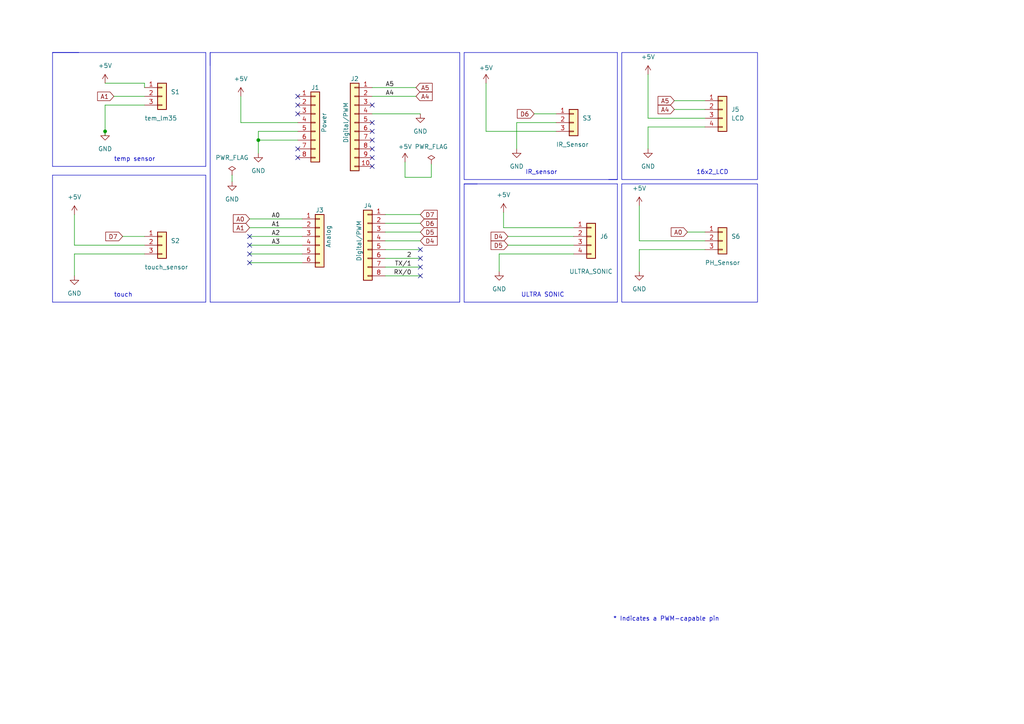
<source format=kicad_sch>
(kicad_sch
	(version 20231120)
	(generator "eeschema")
	(generator_version "8.0")
	(uuid "e63e39d7-6ac0-4ffd-8aa3-1841a4541b55")
	(paper "A4")
	(title_block
		(date "mar. 31 mars 2015")
	)
	(lib_symbols
		(symbol "Connector_Generic:Conn_01x03"
			(pin_names
				(offset 1.016) hide)
			(exclude_from_sim no)
			(in_bom yes)
			(on_board yes)
			(property "Reference" "J"
				(at 0 5.08 0)
				(effects
					(font
						(size 1.27 1.27)
					)
				)
			)
			(property "Value" "Conn_01x03"
				(at 0 -5.08 0)
				(effects
					(font
						(size 1.27 1.27)
					)
				)
			)
			(property "Footprint" ""
				(at 0 0 0)
				(effects
					(font
						(size 1.27 1.27)
					)
					(hide yes)
				)
			)
			(property "Datasheet" "~"
				(at 0 0 0)
				(effects
					(font
						(size 1.27 1.27)
					)
					(hide yes)
				)
			)
			(property "Description" "Generic connector, single row, 01x03, script generated (kicad-library-utils/schlib/autogen/connector/)"
				(at 0 0 0)
				(effects
					(font
						(size 1.27 1.27)
					)
					(hide yes)
				)
			)
			(property "ki_keywords" "connector"
				(at 0 0 0)
				(effects
					(font
						(size 1.27 1.27)
					)
					(hide yes)
				)
			)
			(property "ki_fp_filters" "Connector*:*_1x??_*"
				(at 0 0 0)
				(effects
					(font
						(size 1.27 1.27)
					)
					(hide yes)
				)
			)
			(symbol "Conn_01x03_1_1"
				(rectangle
					(start -1.27 -2.413)
					(end 0 -2.667)
					(stroke
						(width 0.1524)
						(type default)
					)
					(fill
						(type none)
					)
				)
				(rectangle
					(start -1.27 0.127)
					(end 0 -0.127)
					(stroke
						(width 0.1524)
						(type default)
					)
					(fill
						(type none)
					)
				)
				(rectangle
					(start -1.27 2.667)
					(end 0 2.413)
					(stroke
						(width 0.1524)
						(type default)
					)
					(fill
						(type none)
					)
				)
				(rectangle
					(start -1.27 3.81)
					(end 1.27 -3.81)
					(stroke
						(width 0.254)
						(type default)
					)
					(fill
						(type background)
					)
				)
				(pin passive line
					(at -5.08 2.54 0)
					(length 3.81)
					(name "Pin_1"
						(effects
							(font
								(size 1.27 1.27)
							)
						)
					)
					(number "1"
						(effects
							(font
								(size 1.27 1.27)
							)
						)
					)
				)
				(pin passive line
					(at -5.08 0 0)
					(length 3.81)
					(name "Pin_2"
						(effects
							(font
								(size 1.27 1.27)
							)
						)
					)
					(number "2"
						(effects
							(font
								(size 1.27 1.27)
							)
						)
					)
				)
				(pin passive line
					(at -5.08 -2.54 0)
					(length 3.81)
					(name "Pin_3"
						(effects
							(font
								(size 1.27 1.27)
							)
						)
					)
					(number "3"
						(effects
							(font
								(size 1.27 1.27)
							)
						)
					)
				)
			)
		)
		(symbol "Connector_Generic:Conn_01x04"
			(pin_names
				(offset 1.016) hide)
			(exclude_from_sim no)
			(in_bom yes)
			(on_board yes)
			(property "Reference" "J"
				(at 0 5.08 0)
				(effects
					(font
						(size 1.27 1.27)
					)
				)
			)
			(property "Value" "Conn_01x04"
				(at 0 -7.62 0)
				(effects
					(font
						(size 1.27 1.27)
					)
				)
			)
			(property "Footprint" ""
				(at 0 0 0)
				(effects
					(font
						(size 1.27 1.27)
					)
					(hide yes)
				)
			)
			(property "Datasheet" "~"
				(at 0 0 0)
				(effects
					(font
						(size 1.27 1.27)
					)
					(hide yes)
				)
			)
			(property "Description" "Generic connector, single row, 01x04, script generated (kicad-library-utils/schlib/autogen/connector/)"
				(at 0 0 0)
				(effects
					(font
						(size 1.27 1.27)
					)
					(hide yes)
				)
			)
			(property "ki_keywords" "connector"
				(at 0 0 0)
				(effects
					(font
						(size 1.27 1.27)
					)
					(hide yes)
				)
			)
			(property "ki_fp_filters" "Connector*:*_1x??_*"
				(at 0 0 0)
				(effects
					(font
						(size 1.27 1.27)
					)
					(hide yes)
				)
			)
			(symbol "Conn_01x04_1_1"
				(rectangle
					(start -1.27 -4.953)
					(end 0 -5.207)
					(stroke
						(width 0.1524)
						(type default)
					)
					(fill
						(type none)
					)
				)
				(rectangle
					(start -1.27 -2.413)
					(end 0 -2.667)
					(stroke
						(width 0.1524)
						(type default)
					)
					(fill
						(type none)
					)
				)
				(rectangle
					(start -1.27 0.127)
					(end 0 -0.127)
					(stroke
						(width 0.1524)
						(type default)
					)
					(fill
						(type none)
					)
				)
				(rectangle
					(start -1.27 2.667)
					(end 0 2.413)
					(stroke
						(width 0.1524)
						(type default)
					)
					(fill
						(type none)
					)
				)
				(rectangle
					(start -1.27 3.81)
					(end 1.27 -6.35)
					(stroke
						(width 0.254)
						(type default)
					)
					(fill
						(type background)
					)
				)
				(pin passive line
					(at -5.08 2.54 0)
					(length 3.81)
					(name "Pin_1"
						(effects
							(font
								(size 1.27 1.27)
							)
						)
					)
					(number "1"
						(effects
							(font
								(size 1.27 1.27)
							)
						)
					)
				)
				(pin passive line
					(at -5.08 0 0)
					(length 3.81)
					(name "Pin_2"
						(effects
							(font
								(size 1.27 1.27)
							)
						)
					)
					(number "2"
						(effects
							(font
								(size 1.27 1.27)
							)
						)
					)
				)
				(pin passive line
					(at -5.08 -2.54 0)
					(length 3.81)
					(name "Pin_3"
						(effects
							(font
								(size 1.27 1.27)
							)
						)
					)
					(number "3"
						(effects
							(font
								(size 1.27 1.27)
							)
						)
					)
				)
				(pin passive line
					(at -5.08 -5.08 0)
					(length 3.81)
					(name "Pin_4"
						(effects
							(font
								(size 1.27 1.27)
							)
						)
					)
					(number "4"
						(effects
							(font
								(size 1.27 1.27)
							)
						)
					)
				)
			)
		)
		(symbol "Connector_Generic:Conn_01x06"
			(pin_names
				(offset 1.016) hide)
			(exclude_from_sim no)
			(in_bom yes)
			(on_board yes)
			(property "Reference" "J"
				(at 0 7.62 0)
				(effects
					(font
						(size 1.27 1.27)
					)
				)
			)
			(property "Value" "Conn_01x06"
				(at 0 -10.16 0)
				(effects
					(font
						(size 1.27 1.27)
					)
				)
			)
			(property "Footprint" ""
				(at 0 0 0)
				(effects
					(font
						(size 1.27 1.27)
					)
					(hide yes)
				)
			)
			(property "Datasheet" "~"
				(at 0 0 0)
				(effects
					(font
						(size 1.27 1.27)
					)
					(hide yes)
				)
			)
			(property "Description" "Generic connector, single row, 01x06, script generated (kicad-library-utils/schlib/autogen/connector/)"
				(at 0 0 0)
				(effects
					(font
						(size 1.27 1.27)
					)
					(hide yes)
				)
			)
			(property "ki_keywords" "connector"
				(at 0 0 0)
				(effects
					(font
						(size 1.27 1.27)
					)
					(hide yes)
				)
			)
			(property "ki_fp_filters" "Connector*:*_1x??_*"
				(at 0 0 0)
				(effects
					(font
						(size 1.27 1.27)
					)
					(hide yes)
				)
			)
			(symbol "Conn_01x06_1_1"
				(rectangle
					(start -1.27 -7.493)
					(end 0 -7.747)
					(stroke
						(width 0.1524)
						(type default)
					)
					(fill
						(type none)
					)
				)
				(rectangle
					(start -1.27 -4.953)
					(end 0 -5.207)
					(stroke
						(width 0.1524)
						(type default)
					)
					(fill
						(type none)
					)
				)
				(rectangle
					(start -1.27 -2.413)
					(end 0 -2.667)
					(stroke
						(width 0.1524)
						(type default)
					)
					(fill
						(type none)
					)
				)
				(rectangle
					(start -1.27 0.127)
					(end 0 -0.127)
					(stroke
						(width 0.1524)
						(type default)
					)
					(fill
						(type none)
					)
				)
				(rectangle
					(start -1.27 2.667)
					(end 0 2.413)
					(stroke
						(width 0.1524)
						(type default)
					)
					(fill
						(type none)
					)
				)
				(rectangle
					(start -1.27 5.207)
					(end 0 4.953)
					(stroke
						(width 0.1524)
						(type default)
					)
					(fill
						(type none)
					)
				)
				(rectangle
					(start -1.27 6.35)
					(end 1.27 -8.89)
					(stroke
						(width 0.254)
						(type default)
					)
					(fill
						(type background)
					)
				)
				(pin passive line
					(at -5.08 5.08 0)
					(length 3.81)
					(name "Pin_1"
						(effects
							(font
								(size 1.27 1.27)
							)
						)
					)
					(number "1"
						(effects
							(font
								(size 1.27 1.27)
							)
						)
					)
				)
				(pin passive line
					(at -5.08 2.54 0)
					(length 3.81)
					(name "Pin_2"
						(effects
							(font
								(size 1.27 1.27)
							)
						)
					)
					(number "2"
						(effects
							(font
								(size 1.27 1.27)
							)
						)
					)
				)
				(pin passive line
					(at -5.08 0 0)
					(length 3.81)
					(name "Pin_3"
						(effects
							(font
								(size 1.27 1.27)
							)
						)
					)
					(number "3"
						(effects
							(font
								(size 1.27 1.27)
							)
						)
					)
				)
				(pin passive line
					(at -5.08 -2.54 0)
					(length 3.81)
					(name "Pin_4"
						(effects
							(font
								(size 1.27 1.27)
							)
						)
					)
					(number "4"
						(effects
							(font
								(size 1.27 1.27)
							)
						)
					)
				)
				(pin passive line
					(at -5.08 -5.08 0)
					(length 3.81)
					(name "Pin_5"
						(effects
							(font
								(size 1.27 1.27)
							)
						)
					)
					(number "5"
						(effects
							(font
								(size 1.27 1.27)
							)
						)
					)
				)
				(pin passive line
					(at -5.08 -7.62 0)
					(length 3.81)
					(name "Pin_6"
						(effects
							(font
								(size 1.27 1.27)
							)
						)
					)
					(number "6"
						(effects
							(font
								(size 1.27 1.27)
							)
						)
					)
				)
			)
		)
		(symbol "Connector_Generic:Conn_01x08"
			(pin_names
				(offset 1.016) hide)
			(exclude_from_sim no)
			(in_bom yes)
			(on_board yes)
			(property "Reference" "J"
				(at 0 10.16 0)
				(effects
					(font
						(size 1.27 1.27)
					)
				)
			)
			(property "Value" "Conn_01x08"
				(at 0 -12.7 0)
				(effects
					(font
						(size 1.27 1.27)
					)
				)
			)
			(property "Footprint" ""
				(at 0 0 0)
				(effects
					(font
						(size 1.27 1.27)
					)
					(hide yes)
				)
			)
			(property "Datasheet" "~"
				(at 0 0 0)
				(effects
					(font
						(size 1.27 1.27)
					)
					(hide yes)
				)
			)
			(property "Description" "Generic connector, single row, 01x08, script generated (kicad-library-utils/schlib/autogen/connector/)"
				(at 0 0 0)
				(effects
					(font
						(size 1.27 1.27)
					)
					(hide yes)
				)
			)
			(property "ki_keywords" "connector"
				(at 0 0 0)
				(effects
					(font
						(size 1.27 1.27)
					)
					(hide yes)
				)
			)
			(property "ki_fp_filters" "Connector*:*_1x??_*"
				(at 0 0 0)
				(effects
					(font
						(size 1.27 1.27)
					)
					(hide yes)
				)
			)
			(symbol "Conn_01x08_1_1"
				(rectangle
					(start -1.27 -10.033)
					(end 0 -10.287)
					(stroke
						(width 0.1524)
						(type default)
					)
					(fill
						(type none)
					)
				)
				(rectangle
					(start -1.27 -7.493)
					(end 0 -7.747)
					(stroke
						(width 0.1524)
						(type default)
					)
					(fill
						(type none)
					)
				)
				(rectangle
					(start -1.27 -4.953)
					(end 0 -5.207)
					(stroke
						(width 0.1524)
						(type default)
					)
					(fill
						(type none)
					)
				)
				(rectangle
					(start -1.27 -2.413)
					(end 0 -2.667)
					(stroke
						(width 0.1524)
						(type default)
					)
					(fill
						(type none)
					)
				)
				(rectangle
					(start -1.27 0.127)
					(end 0 -0.127)
					(stroke
						(width 0.1524)
						(type default)
					)
					(fill
						(type none)
					)
				)
				(rectangle
					(start -1.27 2.667)
					(end 0 2.413)
					(stroke
						(width 0.1524)
						(type default)
					)
					(fill
						(type none)
					)
				)
				(rectangle
					(start -1.27 5.207)
					(end 0 4.953)
					(stroke
						(width 0.1524)
						(type default)
					)
					(fill
						(type none)
					)
				)
				(rectangle
					(start -1.27 7.747)
					(end 0 7.493)
					(stroke
						(width 0.1524)
						(type default)
					)
					(fill
						(type none)
					)
				)
				(rectangle
					(start -1.27 8.89)
					(end 1.27 -11.43)
					(stroke
						(width 0.254)
						(type default)
					)
					(fill
						(type background)
					)
				)
				(pin passive line
					(at -5.08 7.62 0)
					(length 3.81)
					(name "Pin_1"
						(effects
							(font
								(size 1.27 1.27)
							)
						)
					)
					(number "1"
						(effects
							(font
								(size 1.27 1.27)
							)
						)
					)
				)
				(pin passive line
					(at -5.08 5.08 0)
					(length 3.81)
					(name "Pin_2"
						(effects
							(font
								(size 1.27 1.27)
							)
						)
					)
					(number "2"
						(effects
							(font
								(size 1.27 1.27)
							)
						)
					)
				)
				(pin passive line
					(at -5.08 2.54 0)
					(length 3.81)
					(name "Pin_3"
						(effects
							(font
								(size 1.27 1.27)
							)
						)
					)
					(number "3"
						(effects
							(font
								(size 1.27 1.27)
							)
						)
					)
				)
				(pin passive line
					(at -5.08 0 0)
					(length 3.81)
					(name "Pin_4"
						(effects
							(font
								(size 1.27 1.27)
							)
						)
					)
					(number "4"
						(effects
							(font
								(size 1.27 1.27)
							)
						)
					)
				)
				(pin passive line
					(at -5.08 -2.54 0)
					(length 3.81)
					(name "Pin_5"
						(effects
							(font
								(size 1.27 1.27)
							)
						)
					)
					(number "5"
						(effects
							(font
								(size 1.27 1.27)
							)
						)
					)
				)
				(pin passive line
					(at -5.08 -5.08 0)
					(length 3.81)
					(name "Pin_6"
						(effects
							(font
								(size 1.27 1.27)
							)
						)
					)
					(number "6"
						(effects
							(font
								(size 1.27 1.27)
							)
						)
					)
				)
				(pin passive line
					(at -5.08 -7.62 0)
					(length 3.81)
					(name "Pin_7"
						(effects
							(font
								(size 1.27 1.27)
							)
						)
					)
					(number "7"
						(effects
							(font
								(size 1.27 1.27)
							)
						)
					)
				)
				(pin passive line
					(at -5.08 -10.16 0)
					(length 3.81)
					(name "Pin_8"
						(effects
							(font
								(size 1.27 1.27)
							)
						)
					)
					(number "8"
						(effects
							(font
								(size 1.27 1.27)
							)
						)
					)
				)
			)
		)
		(symbol "Connector_Generic:Conn_01x10"
			(pin_names
				(offset 1.016) hide)
			(exclude_from_sim no)
			(in_bom yes)
			(on_board yes)
			(property "Reference" "J"
				(at 0 12.7 0)
				(effects
					(font
						(size 1.27 1.27)
					)
				)
			)
			(property "Value" "Conn_01x10"
				(at 0 -15.24 0)
				(effects
					(font
						(size 1.27 1.27)
					)
				)
			)
			(property "Footprint" ""
				(at 0 0 0)
				(effects
					(font
						(size 1.27 1.27)
					)
					(hide yes)
				)
			)
			(property "Datasheet" "~"
				(at 0 0 0)
				(effects
					(font
						(size 1.27 1.27)
					)
					(hide yes)
				)
			)
			(property "Description" "Generic connector, single row, 01x10, script generated (kicad-library-utils/schlib/autogen/connector/)"
				(at 0 0 0)
				(effects
					(font
						(size 1.27 1.27)
					)
					(hide yes)
				)
			)
			(property "ki_keywords" "connector"
				(at 0 0 0)
				(effects
					(font
						(size 1.27 1.27)
					)
					(hide yes)
				)
			)
			(property "ki_fp_filters" "Connector*:*_1x??_*"
				(at 0 0 0)
				(effects
					(font
						(size 1.27 1.27)
					)
					(hide yes)
				)
			)
			(symbol "Conn_01x10_1_1"
				(rectangle
					(start -1.27 -12.573)
					(end 0 -12.827)
					(stroke
						(width 0.1524)
						(type default)
					)
					(fill
						(type none)
					)
				)
				(rectangle
					(start -1.27 -10.033)
					(end 0 -10.287)
					(stroke
						(width 0.1524)
						(type default)
					)
					(fill
						(type none)
					)
				)
				(rectangle
					(start -1.27 -7.493)
					(end 0 -7.747)
					(stroke
						(width 0.1524)
						(type default)
					)
					(fill
						(type none)
					)
				)
				(rectangle
					(start -1.27 -4.953)
					(end 0 -5.207)
					(stroke
						(width 0.1524)
						(type default)
					)
					(fill
						(type none)
					)
				)
				(rectangle
					(start -1.27 -2.413)
					(end 0 -2.667)
					(stroke
						(width 0.1524)
						(type default)
					)
					(fill
						(type none)
					)
				)
				(rectangle
					(start -1.27 0.127)
					(end 0 -0.127)
					(stroke
						(width 0.1524)
						(type default)
					)
					(fill
						(type none)
					)
				)
				(rectangle
					(start -1.27 2.667)
					(end 0 2.413)
					(stroke
						(width 0.1524)
						(type default)
					)
					(fill
						(type none)
					)
				)
				(rectangle
					(start -1.27 5.207)
					(end 0 4.953)
					(stroke
						(width 0.1524)
						(type default)
					)
					(fill
						(type none)
					)
				)
				(rectangle
					(start -1.27 7.747)
					(end 0 7.493)
					(stroke
						(width 0.1524)
						(type default)
					)
					(fill
						(type none)
					)
				)
				(rectangle
					(start -1.27 10.287)
					(end 0 10.033)
					(stroke
						(width 0.1524)
						(type default)
					)
					(fill
						(type none)
					)
				)
				(rectangle
					(start -1.27 11.43)
					(end 1.27 -13.97)
					(stroke
						(width 0.254)
						(type default)
					)
					(fill
						(type background)
					)
				)
				(pin passive line
					(at -5.08 10.16 0)
					(length 3.81)
					(name "Pin_1"
						(effects
							(font
								(size 1.27 1.27)
							)
						)
					)
					(number "1"
						(effects
							(font
								(size 1.27 1.27)
							)
						)
					)
				)
				(pin passive line
					(at -5.08 -12.7 0)
					(length 3.81)
					(name "Pin_10"
						(effects
							(font
								(size 1.27 1.27)
							)
						)
					)
					(number "10"
						(effects
							(font
								(size 1.27 1.27)
							)
						)
					)
				)
				(pin passive line
					(at -5.08 7.62 0)
					(length 3.81)
					(name "Pin_2"
						(effects
							(font
								(size 1.27 1.27)
							)
						)
					)
					(number "2"
						(effects
							(font
								(size 1.27 1.27)
							)
						)
					)
				)
				(pin passive line
					(at -5.08 5.08 0)
					(length 3.81)
					(name "Pin_3"
						(effects
							(font
								(size 1.27 1.27)
							)
						)
					)
					(number "3"
						(effects
							(font
								(size 1.27 1.27)
							)
						)
					)
				)
				(pin passive line
					(at -5.08 2.54 0)
					(length 3.81)
					(name "Pin_4"
						(effects
							(font
								(size 1.27 1.27)
							)
						)
					)
					(number "4"
						(effects
							(font
								(size 1.27 1.27)
							)
						)
					)
				)
				(pin passive line
					(at -5.08 0 0)
					(length 3.81)
					(name "Pin_5"
						(effects
							(font
								(size 1.27 1.27)
							)
						)
					)
					(number "5"
						(effects
							(font
								(size 1.27 1.27)
							)
						)
					)
				)
				(pin passive line
					(at -5.08 -2.54 0)
					(length 3.81)
					(name "Pin_6"
						(effects
							(font
								(size 1.27 1.27)
							)
						)
					)
					(number "6"
						(effects
							(font
								(size 1.27 1.27)
							)
						)
					)
				)
				(pin passive line
					(at -5.08 -5.08 0)
					(length 3.81)
					(name "Pin_7"
						(effects
							(font
								(size 1.27 1.27)
							)
						)
					)
					(number "7"
						(effects
							(font
								(size 1.27 1.27)
							)
						)
					)
				)
				(pin passive line
					(at -5.08 -7.62 0)
					(length 3.81)
					(name "Pin_8"
						(effects
							(font
								(size 1.27 1.27)
							)
						)
					)
					(number "8"
						(effects
							(font
								(size 1.27 1.27)
							)
						)
					)
				)
				(pin passive line
					(at -5.08 -10.16 0)
					(length 3.81)
					(name "Pin_9"
						(effects
							(font
								(size 1.27 1.27)
							)
						)
					)
					(number "9"
						(effects
							(font
								(size 1.27 1.27)
							)
						)
					)
				)
			)
		)
		(symbol "GND_1"
			(power)
			(pin_names
				(offset 0)
			)
			(exclude_from_sim no)
			(in_bom yes)
			(on_board yes)
			(property "Reference" "#PWR"
				(at 0 -6.35 0)
				(effects
					(font
						(size 1.27 1.27)
					)
					(hide yes)
				)
			)
			(property "Value" "GND_1"
				(at 0 -3.81 0)
				(effects
					(font
						(size 1.27 1.27)
					)
				)
			)
			(property "Footprint" ""
				(at 0 0 0)
				(effects
					(font
						(size 1.27 1.27)
					)
					(hide yes)
				)
			)
			(property "Datasheet" ""
				(at 0 0 0)
				(effects
					(font
						(size 1.27 1.27)
					)
					(hide yes)
				)
			)
			(property "Description" "Power symbol creates a global label with name \"GND\" , ground"
				(at 0 0 0)
				(effects
					(font
						(size 1.27 1.27)
					)
					(hide yes)
				)
			)
			(property "ki_keywords" "global power"
				(at 0 0 0)
				(effects
					(font
						(size 1.27 1.27)
					)
					(hide yes)
				)
			)
			(symbol "GND_1_0_1"
				(polyline
					(pts
						(xy 0 0) (xy 0 -1.27) (xy 1.27 -1.27) (xy 0 -2.54) (xy -1.27 -1.27) (xy 0 -1.27)
					)
					(stroke
						(width 0)
						(type default)
					)
					(fill
						(type none)
					)
				)
			)
			(symbol "GND_1_1_1"
				(pin power_in line
					(at 0 0 270)
					(length 0) hide
					(name "GND"
						(effects
							(font
								(size 1.27 1.27)
							)
						)
					)
					(number "1"
						(effects
							(font
								(size 1.27 1.27)
							)
						)
					)
				)
			)
		)
		(symbol "GND_2"
			(power)
			(pin_names
				(offset 0)
			)
			(exclude_from_sim no)
			(in_bom yes)
			(on_board yes)
			(property "Reference" "#PWR"
				(at 0 -6.35 0)
				(effects
					(font
						(size 1.27 1.27)
					)
					(hide yes)
				)
			)
			(property "Value" "GND_2"
				(at 0 -3.81 0)
				(effects
					(font
						(size 1.27 1.27)
					)
				)
			)
			(property "Footprint" ""
				(at 0 0 0)
				(effects
					(font
						(size 1.27 1.27)
					)
					(hide yes)
				)
			)
			(property "Datasheet" ""
				(at 0 0 0)
				(effects
					(font
						(size 1.27 1.27)
					)
					(hide yes)
				)
			)
			(property "Description" "Power symbol creates a global label with name \"GND\" , ground"
				(at 0 0 0)
				(effects
					(font
						(size 1.27 1.27)
					)
					(hide yes)
				)
			)
			(property "ki_keywords" "global power"
				(at 0 0 0)
				(effects
					(font
						(size 1.27 1.27)
					)
					(hide yes)
				)
			)
			(symbol "GND_2_0_1"
				(polyline
					(pts
						(xy 0 0) (xy 0 -1.27) (xy 1.27 -1.27) (xy 0 -2.54) (xy -1.27 -1.27) (xy 0 -1.27)
					)
					(stroke
						(width 0)
						(type default)
					)
					(fill
						(type none)
					)
				)
			)
			(symbol "GND_2_1_1"
				(pin power_in line
					(at 0 0 270)
					(length 0) hide
					(name "GND"
						(effects
							(font
								(size 1.27 1.27)
							)
						)
					)
					(number "1"
						(effects
							(font
								(size 1.27 1.27)
							)
						)
					)
				)
			)
		)
		(symbol "GND_3"
			(power)
			(pin_names
				(offset 0)
			)
			(exclude_from_sim no)
			(in_bom yes)
			(on_board yes)
			(property "Reference" "#PWR"
				(at 0 -6.35 0)
				(effects
					(font
						(size 1.27 1.27)
					)
					(hide yes)
				)
			)
			(property "Value" "GND_3"
				(at 0 -3.81 0)
				(effects
					(font
						(size 1.27 1.27)
					)
				)
			)
			(property "Footprint" ""
				(at 0 0 0)
				(effects
					(font
						(size 1.27 1.27)
					)
					(hide yes)
				)
			)
			(property "Datasheet" ""
				(at 0 0 0)
				(effects
					(font
						(size 1.27 1.27)
					)
					(hide yes)
				)
			)
			(property "Description" "Power symbol creates a global label with name \"GND\" , ground"
				(at 0 0 0)
				(effects
					(font
						(size 1.27 1.27)
					)
					(hide yes)
				)
			)
			(property "ki_keywords" "global power"
				(at 0 0 0)
				(effects
					(font
						(size 1.27 1.27)
					)
					(hide yes)
				)
			)
			(symbol "GND_3_0_1"
				(polyline
					(pts
						(xy 0 0) (xy 0 -1.27) (xy 1.27 -1.27) (xy 0 -2.54) (xy -1.27 -1.27) (xy 0 -1.27)
					)
					(stroke
						(width 0)
						(type default)
					)
					(fill
						(type none)
					)
				)
			)
			(symbol "GND_3_1_1"
				(pin power_in line
					(at 0 0 270)
					(length 0) hide
					(name "GND"
						(effects
							(font
								(size 1.27 1.27)
							)
						)
					)
					(number "1"
						(effects
							(font
								(size 1.27 1.27)
							)
						)
					)
				)
			)
		)
		(symbol "GND_4"
			(power)
			(pin_names
				(offset 0)
			)
			(exclude_from_sim no)
			(in_bom yes)
			(on_board yes)
			(property "Reference" "#PWR"
				(at 0 -6.35 0)
				(effects
					(font
						(size 1.27 1.27)
					)
					(hide yes)
				)
			)
			(property "Value" "GND_4"
				(at 0 -3.81 0)
				(effects
					(font
						(size 1.27 1.27)
					)
				)
			)
			(property "Footprint" ""
				(at 0 0 0)
				(effects
					(font
						(size 1.27 1.27)
					)
					(hide yes)
				)
			)
			(property "Datasheet" ""
				(at 0 0 0)
				(effects
					(font
						(size 1.27 1.27)
					)
					(hide yes)
				)
			)
			(property "Description" "Power symbol creates a global label with name \"GND\" , ground"
				(at 0 0 0)
				(effects
					(font
						(size 1.27 1.27)
					)
					(hide yes)
				)
			)
			(property "ki_keywords" "global power"
				(at 0 0 0)
				(effects
					(font
						(size 1.27 1.27)
					)
					(hide yes)
				)
			)
			(symbol "GND_4_0_1"
				(polyline
					(pts
						(xy 0 0) (xy 0 -1.27) (xy 1.27 -1.27) (xy 0 -2.54) (xy -1.27 -1.27) (xy 0 -1.27)
					)
					(stroke
						(width 0)
						(type default)
					)
					(fill
						(type none)
					)
				)
			)
			(symbol "GND_4_1_1"
				(pin power_in line
					(at 0 0 270)
					(length 0) hide
					(name "GND"
						(effects
							(font
								(size 1.27 1.27)
							)
						)
					)
					(number "1"
						(effects
							(font
								(size 1.27 1.27)
							)
						)
					)
				)
			)
		)
		(symbol "GND_5"
			(power)
			(pin_names
				(offset 0)
			)
			(exclude_from_sim no)
			(in_bom yes)
			(on_board yes)
			(property "Reference" "#PWR"
				(at 0 -6.35 0)
				(effects
					(font
						(size 1.27 1.27)
					)
					(hide yes)
				)
			)
			(property "Value" "GND_5"
				(at 0 -3.81 0)
				(effects
					(font
						(size 1.27 1.27)
					)
				)
			)
			(property "Footprint" ""
				(at 0 0 0)
				(effects
					(font
						(size 1.27 1.27)
					)
					(hide yes)
				)
			)
			(property "Datasheet" ""
				(at 0 0 0)
				(effects
					(font
						(size 1.27 1.27)
					)
					(hide yes)
				)
			)
			(property "Description" "Power symbol creates a global label with name \"GND\" , ground"
				(at 0 0 0)
				(effects
					(font
						(size 1.27 1.27)
					)
					(hide yes)
				)
			)
			(property "ki_keywords" "global power"
				(at 0 0 0)
				(effects
					(font
						(size 1.27 1.27)
					)
					(hide yes)
				)
			)
			(symbol "GND_5_0_1"
				(polyline
					(pts
						(xy 0 0) (xy 0 -1.27) (xy 1.27 -1.27) (xy 0 -2.54) (xy -1.27 -1.27) (xy 0 -1.27)
					)
					(stroke
						(width 0)
						(type default)
					)
					(fill
						(type none)
					)
				)
			)
			(symbol "GND_5_1_1"
				(pin power_in line
					(at 0 0 270)
					(length 0) hide
					(name "GND"
						(effects
							(font
								(size 1.27 1.27)
							)
						)
					)
					(number "1"
						(effects
							(font
								(size 1.27 1.27)
							)
						)
					)
				)
			)
		)
		(symbol "GND_6"
			(power)
			(pin_names
				(offset 0)
			)
			(exclude_from_sim no)
			(in_bom yes)
			(on_board yes)
			(property "Reference" "#PWR"
				(at 0 -6.35 0)
				(effects
					(font
						(size 1.27 1.27)
					)
					(hide yes)
				)
			)
			(property "Value" "GND_6"
				(at 0 -3.81 0)
				(effects
					(font
						(size 1.27 1.27)
					)
				)
			)
			(property "Footprint" ""
				(at 0 0 0)
				(effects
					(font
						(size 1.27 1.27)
					)
					(hide yes)
				)
			)
			(property "Datasheet" ""
				(at 0 0 0)
				(effects
					(font
						(size 1.27 1.27)
					)
					(hide yes)
				)
			)
			(property "Description" "Power symbol creates a global label with name \"GND\" , ground"
				(at 0 0 0)
				(effects
					(font
						(size 1.27 1.27)
					)
					(hide yes)
				)
			)
			(property "ki_keywords" "global power"
				(at 0 0 0)
				(effects
					(font
						(size 1.27 1.27)
					)
					(hide yes)
				)
			)
			(symbol "GND_6_0_1"
				(polyline
					(pts
						(xy 0 0) (xy 0 -1.27) (xy 1.27 -1.27) (xy 0 -2.54) (xy -1.27 -1.27) (xy 0 -1.27)
					)
					(stroke
						(width 0)
						(type default)
					)
					(fill
						(type none)
					)
				)
			)
			(symbol "GND_6_1_1"
				(pin power_in line
					(at 0 0 270)
					(length 0) hide
					(name "GND"
						(effects
							(font
								(size 1.27 1.27)
							)
						)
					)
					(number "1"
						(effects
							(font
								(size 1.27 1.27)
							)
						)
					)
				)
			)
		)
		(symbol "power:+5V"
			(power)
			(pin_names
				(offset 0)
			)
			(exclude_from_sim no)
			(in_bom yes)
			(on_board yes)
			(property "Reference" "#PWR"
				(at 0 -3.81 0)
				(effects
					(font
						(size 1.27 1.27)
					)
					(hide yes)
				)
			)
			(property "Value" "+5V"
				(at 0 3.556 0)
				(effects
					(font
						(size 1.27 1.27)
					)
				)
			)
			(property "Footprint" ""
				(at 0 0 0)
				(effects
					(font
						(size 1.27 1.27)
					)
					(hide yes)
				)
			)
			(property "Datasheet" ""
				(at 0 0 0)
				(effects
					(font
						(size 1.27 1.27)
					)
					(hide yes)
				)
			)
			(property "Description" "Power symbol creates a global label with name \"+5V\""
				(at 0 0 0)
				(effects
					(font
						(size 1.27 1.27)
					)
					(hide yes)
				)
			)
			(property "ki_keywords" "global power"
				(at 0 0 0)
				(effects
					(font
						(size 1.27 1.27)
					)
					(hide yes)
				)
			)
			(symbol "+5V_0_1"
				(polyline
					(pts
						(xy -0.762 1.27) (xy 0 2.54)
					)
					(stroke
						(width 0)
						(type default)
					)
					(fill
						(type none)
					)
				)
				(polyline
					(pts
						(xy 0 0) (xy 0 2.54)
					)
					(stroke
						(width 0)
						(type default)
					)
					(fill
						(type none)
					)
				)
				(polyline
					(pts
						(xy 0 2.54) (xy 0.762 1.27)
					)
					(stroke
						(width 0)
						(type default)
					)
					(fill
						(type none)
					)
				)
			)
			(symbol "+5V_1_1"
				(pin power_in line
					(at 0 0 90)
					(length 0) hide
					(name "+5V"
						(effects
							(font
								(size 1.27 1.27)
							)
						)
					)
					(number "1"
						(effects
							(font
								(size 1.27 1.27)
							)
						)
					)
				)
			)
		)
		(symbol "power:GND"
			(power)
			(pin_names
				(offset 0)
			)
			(exclude_from_sim no)
			(in_bom yes)
			(on_board yes)
			(property "Reference" "#PWR"
				(at 0 -6.35 0)
				(effects
					(font
						(size 1.27 1.27)
					)
					(hide yes)
				)
			)
			(property "Value" "GND"
				(at 0 -3.81 0)
				(effects
					(font
						(size 1.27 1.27)
					)
				)
			)
			(property "Footprint" ""
				(at 0 0 0)
				(effects
					(font
						(size 1.27 1.27)
					)
					(hide yes)
				)
			)
			(property "Datasheet" ""
				(at 0 0 0)
				(effects
					(font
						(size 1.27 1.27)
					)
					(hide yes)
				)
			)
			(property "Description" "Power symbol creates a global label with name \"GND\" , ground"
				(at 0 0 0)
				(effects
					(font
						(size 1.27 1.27)
					)
					(hide yes)
				)
			)
			(property "ki_keywords" "global power"
				(at 0 0 0)
				(effects
					(font
						(size 1.27 1.27)
					)
					(hide yes)
				)
			)
			(symbol "GND_0_1"
				(polyline
					(pts
						(xy 0 0) (xy 0 -1.27) (xy 1.27 -1.27) (xy 0 -2.54) (xy -1.27 -1.27) (xy 0 -1.27)
					)
					(stroke
						(width 0)
						(type default)
					)
					(fill
						(type none)
					)
				)
			)
			(symbol "GND_1_1"
				(pin power_in line
					(at 0 0 270)
					(length 0) hide
					(name "GND"
						(effects
							(font
								(size 1.27 1.27)
							)
						)
					)
					(number "1"
						(effects
							(font
								(size 1.27 1.27)
							)
						)
					)
				)
			)
		)
		(symbol "power:PWR_FLAG"
			(power)
			(pin_numbers hide)
			(pin_names
				(offset 0) hide)
			(exclude_from_sim no)
			(in_bom yes)
			(on_board yes)
			(property "Reference" "#FLG"
				(at 0 1.905 0)
				(effects
					(font
						(size 1.27 1.27)
					)
					(hide yes)
				)
			)
			(property "Value" "PWR_FLAG"
				(at 0 3.81 0)
				(effects
					(font
						(size 1.27 1.27)
					)
				)
			)
			(property "Footprint" ""
				(at 0 0 0)
				(effects
					(font
						(size 1.27 1.27)
					)
					(hide yes)
				)
			)
			(property "Datasheet" "~"
				(at 0 0 0)
				(effects
					(font
						(size 1.27 1.27)
					)
					(hide yes)
				)
			)
			(property "Description" "Special symbol for telling ERC where power comes from"
				(at 0 0 0)
				(effects
					(font
						(size 1.27 1.27)
					)
					(hide yes)
				)
			)
			(property "ki_keywords" "flag power"
				(at 0 0 0)
				(effects
					(font
						(size 1.27 1.27)
					)
					(hide yes)
				)
			)
			(symbol "PWR_FLAG_0_0"
				(pin power_out line
					(at 0 0 90)
					(length 0)
					(name "pwr"
						(effects
							(font
								(size 1.27 1.27)
							)
						)
					)
					(number "1"
						(effects
							(font
								(size 1.27 1.27)
							)
						)
					)
				)
			)
			(symbol "PWR_FLAG_0_1"
				(polyline
					(pts
						(xy 0 0) (xy 0 1.27) (xy -1.016 1.905) (xy 0 2.54) (xy 1.016 1.905) (xy 0 1.27)
					)
					(stroke
						(width 0)
						(type default)
					)
					(fill
						(type none)
					)
				)
			)
		)
	)
	(junction
		(at 74.93 40.64)
		(diameter 0)
		(color 0 0 0 0)
		(uuid "245cb4ec-f7c1-4810-8cbe-daf6def66009")
	)
	(junction
		(at 30.48 38.1)
		(diameter 0)
		(color 0 0 0 0)
		(uuid "8a10bbbb-350d-45ee-933f-0f96de132965")
	)
	(no_connect
		(at 107.95 38.1)
		(uuid "0129a9a0-f2a9-4261-9592-daefbd2f9435")
	)
	(no_connect
		(at 107.95 40.64)
		(uuid "02d4645c-52d5-4191-a2d4-6985192f1754")
	)
	(no_connect
		(at 107.95 35.56)
		(uuid "1ca97143-7ffe-4667-99c6-3689e43ac668")
	)
	(no_connect
		(at 121.92 74.93)
		(uuid "21702f1d-9ac2-46ee-b34c-84d2682e0ca7")
	)
	(no_connect
		(at 107.95 45.72)
		(uuid "31230129-8fd0-4894-aa77-9f893e377eb5")
	)
	(no_connect
		(at 86.36 33.02)
		(uuid "39a7d585-b212-4c12-816c-2646a2421771")
	)
	(no_connect
		(at 86.36 45.72)
		(uuid "6450fe1f-7eb1-4868-ad6f-7322bcd1f83b")
	)
	(no_connect
		(at 107.95 30.48)
		(uuid "6805b767-5cde-455f-af2b-db33fdf84470")
	)
	(no_connect
		(at 121.92 80.01)
		(uuid "775b0a32-b2ea-4078-9a36-a34770669703")
	)
	(no_connect
		(at 107.95 43.18)
		(uuid "8b136652-e615-465a-b7eb-244fd8799b12")
	)
	(no_connect
		(at 72.39 76.2)
		(uuid "97910787-454f-4435-a89f-90f7247e5862")
	)
	(no_connect
		(at 121.92 77.47)
		(uuid "9fafb410-35ac-4908-9088-7b076f54e745")
	)
	(no_connect
		(at 86.36 30.48)
		(uuid "a9027a47-b4ef-47cd-bcc5-b5397542580e")
	)
	(no_connect
		(at 72.39 68.58)
		(uuid "b0afbce4-8143-48e4-97a6-f0c0001b8679")
	)
	(no_connect
		(at 107.95 48.26)
		(uuid "cf822493-923d-40cb-a6fa-9c5351c5c75a")
	)
	(no_connect
		(at 86.36 27.94)
		(uuid "d181157c-7812-47e5-a0cf-9580c905fc86")
	)
	(no_connect
		(at 121.92 72.39)
		(uuid "d2d896e2-bd66-4640-ba10-a940c64c9516")
	)
	(no_connect
		(at 72.39 73.66)
		(uuid "da516306-2246-4481-a149-fe7c079b117e")
	)
	(no_connect
		(at 86.36 43.18)
		(uuid "dd457304-79b8-4a32-8330-7648f39c66f8")
	)
	(no_connect
		(at 72.39 71.12)
		(uuid "e35fde50-cf8a-4863-bef7-54624cb03f91")
	)
	(wire
		(pts
			(xy 111.76 80.01) (xy 121.92 80.01)
		)
		(stroke
			(width 0)
			(type solid)
		)
		(uuid "010ba307-2067-49d3-b0fa-6414143f3fc2")
	)
	(wire
		(pts
			(xy 187.96 36.83) (xy 187.96 43.18)
		)
		(stroke
			(width 0)
			(type default)
		)
		(uuid "0670961d-51de-418c-bd29-9edea29576be")
	)
	(polyline
		(pts
			(xy 134.62 53.34) (xy 179.07 53.34)
		)
		(stroke
			(width 0)
			(type default)
		)
		(uuid "079d8dc0-7ab3-4de7-b049-68f50b477421")
	)
	(wire
		(pts
			(xy 149.86 35.56) (xy 149.86 43.18)
		)
		(stroke
			(width 0)
			(type default)
		)
		(uuid "085f1a1e-3556-4a0f-ab1e-09e5efe3ba19")
	)
	(wire
		(pts
			(xy 204.47 72.39) (xy 185.42 72.39)
		)
		(stroke
			(width 0)
			(type default)
		)
		(uuid "0d3015fa-6a80-42fa-a181-62da7dcc69a8")
	)
	(wire
		(pts
			(xy 140.97 38.1) (xy 161.29 38.1)
		)
		(stroke
			(width 0)
			(type default)
		)
		(uuid "0d51c422-33b6-475c-8317-34254681fcc8")
	)
	(polyline
		(pts
			(xy 60.96 15.24) (xy 60.96 87.63)
		)
		(stroke
			(width 0)
			(type default)
		)
		(uuid "0d846074-df31-4693-b8c0-889ad88e49d9")
	)
	(wire
		(pts
			(xy 144.78 78.74) (xy 144.78 73.66)
		)
		(stroke
			(width 0)
			(type default)
		)
		(uuid "0db04f49-d36e-43ab-8e59-2e2765e47a54")
	)
	(polyline
		(pts
			(xy 179.07 52.07) (xy 134.62 52.07)
		)
		(stroke
			(width 0)
			(type default)
		)
		(uuid "11133537-9d8a-4dbb-8842-2b8cec1071a0")
	)
	(polyline
		(pts
			(xy 15.24 15.24) (xy 59.69 15.24)
		)
		(stroke
			(width 0)
			(type default)
		)
		(uuid "16505156-e378-4ebc-9d8e-106eeae972b1")
	)
	(wire
		(pts
			(xy 35.56 68.58) (xy 41.91 68.58)
		)
		(stroke
			(width 0)
			(type default)
		)
		(uuid "19a42ead-781a-4de8-b8e4-4c5407637f0c")
	)
	(polyline
		(pts
			(xy 15.24 15.24) (xy 22.86 15.24)
		)
		(stroke
			(width 0)
			(type default)
		)
		(uuid "1bc7ab78-84e6-4cc9-aec1-c6a809208540")
	)
	(wire
		(pts
			(xy 21.59 71.12) (xy 21.59 62.23)
		)
		(stroke
			(width 0)
			(type default)
		)
		(uuid "25370f04-67cf-4668-9780-277613f2525a")
	)
	(wire
		(pts
			(xy 74.93 40.64) (xy 74.93 44.45)
		)
		(stroke
			(width 0)
			(type default)
		)
		(uuid "268f34e5-e56f-4366-a3da-b329c26d44e2")
	)
	(wire
		(pts
			(xy 30.48 30.48) (xy 30.48 38.1)
		)
		(stroke
			(width 0)
			(type default)
		)
		(uuid "2704ecb7-cf75-405e-99af-4e58d0054b2f")
	)
	(wire
		(pts
			(xy 195.58 29.21) (xy 204.47 29.21)
		)
		(stroke
			(width 0)
			(type default)
		)
		(uuid "2a02acdf-6b57-4872-af9c-27014eca84c9")
	)
	(wire
		(pts
			(xy 74.93 40.64) (xy 86.36 40.64)
		)
		(stroke
			(width 0)
			(type default)
		)
		(uuid "2a0d5001-d393-4e64-86e0-ec27da6befc0")
	)
	(wire
		(pts
			(xy 187.96 36.83) (xy 204.47 36.83)
		)
		(stroke
			(width 0)
			(type default)
		)
		(uuid "34e13a4c-c201-4289-a327-1286baf0620b")
	)
	(polyline
		(pts
			(xy 133.35 15.24) (xy 60.96 15.24)
		)
		(stroke
			(width 0)
			(type default)
		)
		(uuid "34ed3556-e52f-4796-8072-97a219be66f1")
	)
	(polyline
		(pts
			(xy 60.96 15.24) (xy 60.96 19.05)
		)
		(stroke
			(width 0)
			(type default)
		)
		(uuid "3761ceb5-572e-4f6d-a179-d509aca2a2c8")
	)
	(polyline
		(pts
			(xy 179.07 87.63) (xy 134.62 87.63)
		)
		(stroke
			(width 0)
			(type default)
		)
		(uuid "388d1e5e-3569-4cff-926e-21a509cb33e2")
	)
	(wire
		(pts
			(xy 144.78 73.66) (xy 166.37 73.66)
		)
		(stroke
			(width 0)
			(type default)
		)
		(uuid "3945086b-1f4c-4c92-bfde-88aa63eb2d9e")
	)
	(wire
		(pts
			(xy 154.94 33.02) (xy 161.29 33.02)
		)
		(stroke
			(width 0)
			(type default)
		)
		(uuid "424e118a-41d9-494c-af38-a5c7e6f470c9")
	)
	(wire
		(pts
			(xy 72.39 76.2) (xy 87.63 76.2)
		)
		(stroke
			(width 0)
			(type default)
		)
		(uuid "42e22bbe-1e55-415b-a893-d9828fc02efe")
	)
	(wire
		(pts
			(xy 111.76 62.23) (xy 121.92 62.23)
		)
		(stroke
			(width 0)
			(type solid)
		)
		(uuid "4455ee2e-5642-42c1-a83b-f7e65fa0c2f1")
	)
	(wire
		(pts
			(xy 187.96 34.29) (xy 204.47 34.29)
		)
		(stroke
			(width 0)
			(type default)
		)
		(uuid "481352cc-40a5-452c-a80f-0f8ccb0ca1cb")
	)
	(polyline
		(pts
			(xy 179.07 52.07) (xy 176.53 52.07)
		)
		(stroke
			(width 0)
			(type default)
		)
		(uuid "48ad7145-d10c-4601-a7e9-09df982d292e")
	)
	(wire
		(pts
			(xy 121.92 33.02) (xy 107.95 33.02)
		)
		(stroke
			(width 0)
			(type default)
		)
		(uuid "492490db-da6a-43db-9ab4-d7a2062c3fea")
	)
	(wire
		(pts
			(xy 33.02 27.94) (xy 41.91 27.94)
		)
		(stroke
			(width 0)
			(type default)
		)
		(uuid "4949672b-1136-4a5c-8742-73959b494233")
	)
	(wire
		(pts
			(xy 111.76 64.77) (xy 121.92 64.77)
		)
		(stroke
			(width 0)
			(type solid)
		)
		(uuid "4e60e1af-19bd-45a0-b418-b7030b594dde")
	)
	(polyline
		(pts
			(xy 59.69 87.63) (xy 15.24 87.63)
		)
		(stroke
			(width 0)
			(type default)
		)
		(uuid "50c8ffbd-ab4b-4bac-99f5-ed11cbd1d1af")
	)
	(wire
		(pts
			(xy 199.39 67.31) (xy 204.47 67.31)
		)
		(stroke
			(width 0)
			(type default)
		)
		(uuid "54956686-4892-4eaf-84ad-12f4d83ebccf")
	)
	(polyline
		(pts
			(xy 15.24 48.26) (xy 15.24 15.24)
		)
		(stroke
			(width 0)
			(type default)
		)
		(uuid "571d1dcf-55a3-462e-93aa-718644d8575e")
	)
	(wire
		(pts
			(xy 147.32 68.58) (xy 166.37 68.58)
		)
		(stroke
			(width 0)
			(type default)
		)
		(uuid "573b9ed1-eba0-4322-ac63-bebb456fe977")
	)
	(wire
		(pts
			(xy 67.31 50.8) (xy 67.31 52.705)
		)
		(stroke
			(width 0)
			(type default)
		)
		(uuid "5a5f3526-7fbd-4562-8417-07eabe2422bc")
	)
	(wire
		(pts
			(xy 147.32 71.12) (xy 166.37 71.12)
		)
		(stroke
			(width 0)
			(type default)
		)
		(uuid "63c52e56-d470-403c-9ef0-016b986e8928")
	)
	(polyline
		(pts
			(xy 179.07 53.34) (xy 179.07 87.63)
		)
		(stroke
			(width 0)
			(type default)
		)
		(uuid "64d18d88-f52a-46c1-9023-65423bb97029")
	)
	(wire
		(pts
			(xy 117.475 51.435) (xy 125.095 51.435)
		)
		(stroke
			(width 0)
			(type default)
		)
		(uuid "682ad78c-5a63-4920-80a9-68be247b9df8")
	)
	(wire
		(pts
			(xy 69.85 27.94) (xy 69.85 35.56)
		)
		(stroke
			(width 0)
			(type default)
		)
		(uuid "6b86bdcc-4252-4392-b92f-5479865081be")
	)
	(wire
		(pts
			(xy 146.05 66.04) (xy 166.37 66.04)
		)
		(stroke
			(width 0)
			(type default)
		)
		(uuid "6f0d26ba-d082-4187-a8f2-052d439bfd8a")
	)
	(wire
		(pts
			(xy 21.59 73.66) (xy 21.59 80.01)
		)
		(stroke
			(width 0)
			(type default)
		)
		(uuid "73355bb8-e4b9-4b77-ba1e-0a1bdb948531")
	)
	(wire
		(pts
			(xy 187.96 21.59) (xy 187.96 34.29)
		)
		(stroke
			(width 0)
			(type default)
		)
		(uuid "774ec9de-aa75-4bc6-b61e-13973a7e5769")
	)
	(wire
		(pts
			(xy 117.475 46.99) (xy 117.475 51.435)
		)
		(stroke
			(width 0)
			(type default)
		)
		(uuid "79c55e9e-90ae-4c9e-8635-369a2baca4cc")
	)
	(wire
		(pts
			(xy 161.29 35.56) (xy 149.86 35.56)
		)
		(stroke
			(width 0)
			(type default)
		)
		(uuid "7a40d738-9ae1-4a9f-8ae1-d914e1762ae1")
	)
	(wire
		(pts
			(xy 74.93 38.1) (xy 86.36 38.1)
		)
		(stroke
			(width 0)
			(type default)
		)
		(uuid "82a6f140-ee49-4f97-848e-9785bc3d1bf2")
	)
	(polyline
		(pts
			(xy 59.69 15.24) (xy 59.69 48.26)
		)
		(stroke
			(width 0)
			(type default)
		)
		(uuid "84cf6bad-d4b4-4d41-8008-0dc1246f5b28")
	)
	(wire
		(pts
			(xy 140.97 24.13) (xy 140.97 38.1)
		)
		(stroke
			(width 0)
			(type default)
		)
		(uuid "867669f9-287c-420c-a204-141851e5684e")
	)
	(wire
		(pts
			(xy 195.58 31.75) (xy 204.47 31.75)
		)
		(stroke
			(width 0)
			(type default)
		)
		(uuid "88bb404c-26fb-45da-987b-ff70bf9f3414")
	)
	(polyline
		(pts
			(xy 59.69 50.8) (xy 59.69 87.63)
		)
		(stroke
			(width 0)
			(type default)
		)
		(uuid "8ea06fec-5397-4a22-b346-1629ad2abde0")
	)
	(wire
		(pts
			(xy 146.05 61.595) (xy 146.05 66.04)
		)
		(stroke
			(width 0)
			(type default)
		)
		(uuid "955962bb-daa1-4b4b-a9ec-eec84e183343")
	)
	(wire
		(pts
			(xy 86.36 35.56) (xy 69.85 35.56)
		)
		(stroke
			(width 0)
			(type default)
		)
		(uuid "a4fa1636-4a22-4de8-88e5-528c402feae6")
	)
	(wire
		(pts
			(xy 72.39 63.5) (xy 87.63 63.5)
		)
		(stroke
			(width 0)
			(type solid)
		)
		(uuid "a526ca1a-f7c7-46fe-917a-5de1608f4fe0")
	)
	(polyline
		(pts
			(xy 59.69 48.26) (xy 15.24 48.26)
		)
		(stroke
			(width 0)
			(type default)
		)
		(uuid "a72bbf75-3abe-41f0-833f-e0245f02dcd3")
	)
	(wire
		(pts
			(xy 111.76 69.85) (xy 121.92 69.85)
		)
		(stroke
			(width 0)
			(type solid)
		)
		(uuid "b3b541b9-b996-45e3-8180-fa0a097ce356")
	)
	(wire
		(pts
			(xy 41.91 24.13) (xy 41.91 25.4)
		)
		(stroke
			(width 0)
			(type default)
		)
		(uuid "b786f5dd-ee59-4cc0-ae4a-bd02a2ba1714")
	)
	(wire
		(pts
			(xy 30.48 39.37) (xy 30.48 38.1)
		)
		(stroke
			(width 0)
			(type default)
		)
		(uuid "b9bd18b4-bd72-4ca3-a2f1-996f1601ec62")
	)
	(polyline
		(pts
			(xy 134.62 15.24) (xy 179.07 15.24)
		)
		(stroke
			(width 0)
			(type default)
		)
		(uuid "b9c59e4a-6547-48c8-9088-402783808db5")
	)
	(wire
		(pts
			(xy 41.91 30.48) (xy 30.48 30.48)
		)
		(stroke
			(width 0)
			(type default)
		)
		(uuid "bbadd2af-003c-41f9-a1b4-72b98e8be950")
	)
	(wire
		(pts
			(xy 72.39 66.04) (xy 87.63 66.04)
		)
		(stroke
			(width 0)
			(type default)
		)
		(uuid "bc289294-b152-4f2a-8714-3a4776a97f8c")
	)
	(wire
		(pts
			(xy 125.095 51.435) (xy 125.095 47.625)
		)
		(stroke
			(width 0)
			(type default)
		)
		(uuid "bcc05c7f-01fa-47fd-a42d-b03e0ad052f7")
	)
	(polyline
		(pts
			(xy 60.96 87.63) (xy 133.35 87.63)
		)
		(stroke
			(width 0)
			(type default)
		)
		(uuid "c5312d87-c783-49d7-81ef-167207c23193")
	)
	(wire
		(pts
			(xy 30.48 24.13) (xy 41.91 24.13)
		)
		(stroke
			(width 0)
			(type default)
		)
		(uuid "c99def01-cb17-4389-ad22-b16209b96fb0")
	)
	(wire
		(pts
			(xy 111.76 67.31) (xy 121.92 67.31)
		)
		(stroke
			(width 0)
			(type solid)
		)
		(uuid "cfe99980-2d98-4372-b495-04c53027340b")
	)
	(polyline
		(pts
			(xy 134.62 87.63) (xy 134.62 53.34)
		)
		(stroke
			(width 0)
			(type default)
		)
		(uuid "d20fcf68-bee8-4fb0-b6d7-3f92d0120b6e")
	)
	(wire
		(pts
			(xy 72.39 73.66) (xy 87.63 73.66)
		)
		(stroke
			(width 0)
			(type default)
		)
		(uuid "d21d2799-f61f-4598-95e8-9c1102afb047")
	)
	(wire
		(pts
			(xy 72.39 71.12) (xy 87.63 71.12)
		)
		(stroke
			(width 0)
			(type solid)
		)
		(uuid "d3042136-2605-44b2-aebb-5484a9c90933")
	)
	(polyline
		(pts
			(xy 134.62 53.34) (xy 138.43 53.34)
		)
		(stroke
			(width 0)
			(type default)
		)
		(uuid "d7438bfa-9272-4c29-a530-a169690e2846")
	)
	(polyline
		(pts
			(xy 15.24 87.63) (xy 15.24 50.8)
		)
		(stroke
			(width 0)
			(type default)
		)
		(uuid "d7ec0751-6bc2-4793-96fc-42f484a6353a")
	)
	(polyline
		(pts
			(xy 15.24 50.8) (xy 59.69 50.8)
		)
		(stroke
			(width 0)
			(type default)
		)
		(uuid "deb182ca-825c-42c1-a632-1da25f87c697")
	)
	(wire
		(pts
			(xy 72.39 68.58) (xy 87.63 68.58)
		)
		(stroke
			(width 0)
			(type default)
		)
		(uuid "dfda06a1-69a4-4835-ac42-157ac55764d9")
	)
	(wire
		(pts
			(xy 107.95 25.4) (xy 120.65 25.4)
		)
		(stroke
			(width 0)
			(type solid)
		)
		(uuid "e1532f57-ccc2-49d1-8911-c03d8e7ac623")
	)
	(wire
		(pts
			(xy 185.42 59.69) (xy 185.42 69.85)
		)
		(stroke
			(width 0)
			(type default)
		)
		(uuid "e35cd287-f85a-4f28-86c8-b946c8868e80")
	)
	(polyline
		(pts
			(xy 179.07 15.24) (xy 179.07 52.07)
		)
		(stroke
			(width 0)
			(type default)
		)
		(uuid "e4ade483-0c63-4d75-8359-27100e5bd87a")
	)
	(wire
		(pts
			(xy 74.93 38.1) (xy 74.93 40.64)
		)
		(stroke
			(width 0)
			(type default)
		)
		(uuid "e50e165c-b2f6-4512-b6d7-aa471a4cd1be")
	)
	(polyline
		(pts
			(xy 134.62 52.07) (xy 134.62 15.24)
		)
		(stroke
			(width 0)
			(type default)
		)
		(uuid "e5cb2872-fb59-496c-9b4b-5a461fd1cd50")
	)
	(wire
		(pts
			(xy 107.95 27.94) (xy 120.65 27.94)
		)
		(stroke
			(width 0)
			(type solid)
		)
		(uuid "e6ceee62-a07f-42e2-b2eb-36b5b91febf5")
	)
	(wire
		(pts
			(xy 111.76 74.93) (xy 121.92 74.93)
		)
		(stroke
			(width 0)
			(type solid)
		)
		(uuid "e9bdd59b-3252-4c44-a357-6fa1af0c210c")
	)
	(wire
		(pts
			(xy 185.42 69.85) (xy 204.47 69.85)
		)
		(stroke
			(width 0)
			(type default)
		)
		(uuid "ec1f0255-4fac-4ed6-8163-00b3980a7b20")
	)
	(wire
		(pts
			(xy 41.91 71.12) (xy 21.59 71.12)
		)
		(stroke
			(width 0)
			(type default)
		)
		(uuid "ec3ddfb1-3f59-4d87-8301-3b776082e457")
	)
	(wire
		(pts
			(xy 111.76 72.39) (xy 121.92 72.39)
		)
		(stroke
			(width 0)
			(type solid)
		)
		(uuid "ec76dcc9-9949-4dda-bd76-046204829cb4")
	)
	(wire
		(pts
			(xy 41.91 73.66) (xy 21.59 73.66)
		)
		(stroke
			(width 0)
			(type default)
		)
		(uuid "ec833c74-bed9-4e8c-ad25-871f8b223b22")
	)
	(wire
		(pts
			(xy 185.42 72.39) (xy 185.42 78.74)
		)
		(stroke
			(width 0)
			(type default)
		)
		(uuid "ed4e2fca-d358-420c-9be3-847009ded8f3")
	)
	(polyline
		(pts
			(xy 133.35 87.63) (xy 133.35 15.24)
		)
		(stroke
			(width 0)
			(type default)
		)
		(uuid "f34c7e9b-32b6-4a5f-a62f-6fe5605eca10")
	)
	(wire
		(pts
			(xy 111.76 77.47) (xy 121.92 77.47)
		)
		(stroke
			(width 0)
			(type solid)
		)
		(uuid "f853d1d4-c722-44df-98bf-4a6114204628")
	)
	(rectangle
		(start 180.34 15.24)
		(end 219.71 52.07)
		(stroke
			(width 0)
			(type default)
		)
		(fill
			(type none)
		)
		(uuid b5ce701d-beb4-468e-a936-b01e7f026571)
	)
	(rectangle
		(start 180.34 53.34)
		(end 219.71 87.63)
		(stroke
			(width 0)
			(type default)
		)
		(fill
			(type none)
		)
		(uuid dc45b935-acd7-404b-af1f-211e53c81e13)
	)
	(text "ULTRA SONIC "
		(exclude_from_sim no)
		(at 151.13 86.36 0)
		(effects
			(font
				(size 1.27 1.27)
			)
			(justify left bottom)
		)
		(uuid "310069ec-d036-4573-8b00-a4a370db7fec")
	)
	(text "IR_sensor\n"
		(exclude_from_sim no)
		(at 152.4 50.8 0)
		(effects
			(font
				(size 1.27 1.27)
			)
			(justify left bottom)
		)
		(uuid "509e092c-77c3-411c-a8ca-a630597f8ea9")
	)
	(text "temp sensor"
		(exclude_from_sim no)
		(at 33.02 46.99 0)
		(effects
			(font
				(size 1.27 1.27)
			)
			(justify left bottom)
		)
		(uuid "8f1be57c-c720-46ce-8d17-f3cc5d80ef12")
	)
	(text "16x2_LCD\n"
		(exclude_from_sim no)
		(at 201.93 50.8 0)
		(effects
			(font
				(size 1.27 1.27)
			)
			(justify left bottom)
		)
		(uuid "ae594444-36aa-4fb7-9e8e-003996a5acca")
	)
	(text "touch "
		(exclude_from_sim no)
		(at 33.02 86.36 0)
		(effects
			(font
				(size 1.27 1.27)
			)
			(justify left bottom)
		)
		(uuid "bf84bd10-c89d-4216-a6f1-6bb18f093a49")
	)
	(text "* Indicates a PWM-capable pin"
		(exclude_from_sim no)
		(at 177.8 180.34 0)
		(effects
			(font
				(size 1.27 1.27)
			)
			(justify left bottom)
		)
		(uuid "c364973a-9a67-4667-8185-a3a5c6c6cbdf")
	)
	(label "RX{slash}0"
		(at 119.38 80.01 180)
		(fields_autoplaced yes)
		(effects
			(font
				(size 1.27 1.27)
			)
			(justify right bottom)
		)
		(uuid "01ea9310-cf66-436b-9b89-1a2f4237b59e")
	)
	(label "A2"
		(at 78.74 68.58 0)
		(fields_autoplaced yes)
		(effects
			(font
				(size 1.27 1.27)
			)
			(justify left bottom)
		)
		(uuid "09251fd4-af37-4d86-8951-1faaac710ffa")
	)
	(label "A4"
		(at 114.3 27.94 180)
		(fields_autoplaced yes)
		(effects
			(font
				(size 1.27 1.27)
			)
			(justify right bottom)
		)
		(uuid "098e7fce-e73e-4d83-a06d-d60ee84f7f8b")
	)
	(label "2"
		(at 119.38 74.93 180)
		(fields_autoplaced yes)
		(effects
			(font
				(size 1.27 1.27)
			)
			(justify right bottom)
		)
		(uuid "23f0c933-49f0-4410-a8db-8b017f48dadc")
	)
	(label "A3"
		(at 78.74 71.12 0)
		(fields_autoplaced yes)
		(effects
			(font
				(size 1.27 1.27)
			)
			(justify left bottom)
		)
		(uuid "2c60ab74-0590-423b-8921-6f3212a358d2")
	)
	(label "A1"
		(at 78.74 66.04 0)
		(fields_autoplaced yes)
		(effects
			(font
				(size 1.27 1.27)
			)
			(justify left bottom)
		)
		(uuid "acc9991b-1bdd-4544-9a08-4037937485cb")
	)
	(label "TX{slash}1"
		(at 119.38 77.47 180)
		(fields_autoplaced yes)
		(effects
			(font
				(size 1.27 1.27)
			)
			(justify right bottom)
		)
		(uuid "ae2c9582-b445-44bd-b371-7fc74f6cf852")
	)
	(label "A0"
		(at 78.74 63.5 0)
		(fields_autoplaced yes)
		(effects
			(font
				(size 1.27 1.27)
			)
			(justify left bottom)
		)
		(uuid "ba02dc27-26a3-4648-b0aa-06b6dcaf001f")
	)
	(label "A5"
		(at 114.3 25.4 180)
		(fields_autoplaced yes)
		(effects
			(font
				(size 1.27 1.27)
			)
			(justify right bottom)
		)
		(uuid "eb5cdce6-d83f-4754-92d1-bdc3d85e34df")
	)
	(global_label "D6"
		(shape input)
		(at 121.92 64.77 0)
		(fields_autoplaced yes)
		(effects
			(font
				(size 1.27 1.27)
			)
			(justify left)
		)
		(uuid "217b847a-f2e4-4e0c-b92c-aaaeb06157f7")
		(property "Intersheetrefs" "${INTERSHEET_REFS}"
			(at 127.0031 64.6906 0)
			(effects
				(font
					(size 1.27 1.27)
				)
				(justify left)
				(hide yes)
			)
		)
	)
	(global_label "A4"
		(shape input)
		(at 120.65 27.94 0)
		(fields_autoplaced yes)
		(effects
			(font
				(size 1.27 1.27)
			)
			(justify left)
		)
		(uuid "38710238-1005-4d03-afb5-d10cd38f8e9e")
		(property "Intersheetrefs" "${INTERSHEET_REFS}"
			(at 126.0284 27.94 0)
			(effects
				(font
					(size 1.27 1.27)
				)
				(justify left)
				(hide yes)
			)
		)
	)
	(global_label "A0"
		(shape input)
		(at 72.39 63.5 180)
		(fields_autoplaced yes)
		(effects
			(font
				(size 1.27 1.27)
			)
			(justify right)
		)
		(uuid "3de5341c-617e-437f-87d7-db0b58e6456a")
		(property "Intersheetrefs" "${INTERSHEET_REFS}"
			(at 67.4883 63.4206 0)
			(effects
				(font
					(size 1.27 1.27)
				)
				(justify right)
				(hide yes)
			)
		)
	)
	(global_label "D7"
		(shape input)
		(at 35.56 68.58 180)
		(fields_autoplaced yes)
		(effects
			(font
				(size 1.27 1.27)
			)
			(justify right)
		)
		(uuid "4350682f-5812-4b12-b57b-a482567cd4b4")
		(property "Intersheetrefs" "${INTERSHEET_REFS}"
			(at 30.4769 68.5006 0)
			(effects
				(font
					(size 1.27 1.27)
				)
				(justify right)
				(hide yes)
			)
		)
	)
	(global_label "D4"
		(shape input)
		(at 121.92 69.85 0)
		(fields_autoplaced yes)
		(effects
			(font
				(size 1.27 1.27)
			)
			(justify left)
		)
		(uuid "454964ee-e29f-454a-a317-6657d5f947c3")
		(property "Intersheetrefs" "${INTERSHEET_REFS}"
			(at 127.0031 69.7706 0)
			(effects
				(font
					(size 1.27 1.27)
				)
				(justify left)
				(hide yes)
			)
		)
	)
	(global_label "A1"
		(shape input)
		(at 72.39 66.04 180)
		(fields_autoplaced yes)
		(effects
			(font
				(size 1.27 1.27)
			)
			(justify right)
		)
		(uuid "4f942306-b98d-4e39-89dd-65af20f4fc19")
		(property "Intersheetrefs" "${INTERSHEET_REFS}"
			(at 67.0116 66.04 0)
			(effects
				(font
					(size 1.27 1.27)
				)
				(justify right)
				(hide yes)
			)
		)
	)
	(global_label "A5"
		(shape input)
		(at 120.65 25.4 0)
		(fields_autoplaced yes)
		(effects
			(font
				(size 1.27 1.27)
			)
			(justify left)
		)
		(uuid "570264e3-7c00-47bd-992f-41250b404fa2")
		(property "Intersheetrefs" "${INTERSHEET_REFS}"
			(at 126.0284 25.4 0)
			(effects
				(font
					(size 1.27 1.27)
				)
				(justify left)
				(hide yes)
			)
		)
	)
	(global_label "D5"
		(shape input)
		(at 121.92 67.31 0)
		(fields_autoplaced yes)
		(effects
			(font
				(size 1.27 1.27)
			)
			(justify left)
		)
		(uuid "650f6498-0ad4-442d-ac32-e48b0d313942")
		(property "Intersheetrefs" "${INTERSHEET_REFS}"
			(at 127.0031 67.2306 0)
			(effects
				(font
					(size 1.27 1.27)
				)
				(justify left)
				(hide yes)
			)
		)
	)
	(global_label "A5"
		(shape input)
		(at 195.58 29.21 180)
		(fields_autoplaced yes)
		(effects
			(font
				(size 1.27 1.27)
			)
			(justify right)
		)
		(uuid "65b8d811-b51e-4a6c-869c-2982ae067057")
		(property "Intersheetrefs" "${INTERSHEET_REFS}"
			(at 190.2016 29.21 0)
			(effects
				(font
					(size 1.27 1.27)
				)
				(justify right)
				(hide yes)
			)
		)
	)
	(global_label "D7"
		(shape input)
		(at 121.92 62.23 0)
		(fields_autoplaced yes)
		(effects
			(font
				(size 1.27 1.27)
			)
			(justify left)
		)
		(uuid "6b46f95e-9ebc-420b-94bf-e53ae69503fa")
		(property "Intersheetrefs" "${INTERSHEET_REFS}"
			(at 127.0031 62.1506 0)
			(effects
				(font
					(size 1.27 1.27)
				)
				(justify left)
				(hide yes)
			)
		)
	)
	(global_label "D4"
		(shape input)
		(at 147.32 68.58 180)
		(fields_autoplaced yes)
		(effects
			(font
				(size 1.27 1.27)
			)
			(justify right)
		)
		(uuid "71f8fa58-328b-4c1f-acce-2ca8218221fb")
		(property "Intersheetrefs" "${INTERSHEET_REFS}"
			(at 141.7602 68.58 0)
			(effects
				(font
					(size 1.27 1.27)
				)
				(justify right)
				(hide yes)
			)
		)
	)
	(global_label "A1"
		(shape input)
		(at 33.02 27.94 180)
		(fields_autoplaced yes)
		(effects
			(font
				(size 1.27 1.27)
			)
			(justify right)
		)
		(uuid "79a7d10b-1cd2-4b88-971d-f13351a915b1")
		(property "Intersheetrefs" "${INTERSHEET_REFS}"
			(at 27.6416 27.94 0)
			(effects
				(font
					(size 1.27 1.27)
				)
				(justify right)
				(hide yes)
			)
		)
	)
	(global_label "A4"
		(shape input)
		(at 195.58 31.75 180)
		(fields_autoplaced yes)
		(effects
			(font
				(size 1.27 1.27)
			)
			(justify right)
		)
		(uuid "91b0a1c6-78f4-4ed9-b155-e0b0019abc57")
		(property "Intersheetrefs" "${INTERSHEET_REFS}"
			(at 190.2016 31.75 0)
			(effects
				(font
					(size 1.27 1.27)
				)
				(justify right)
				(hide yes)
			)
		)
	)
	(global_label "D5"
		(shape input)
		(at 147.32 71.12 180)
		(fields_autoplaced yes)
		(effects
			(font
				(size 1.27 1.27)
			)
			(justify right)
		)
		(uuid "b75c21fc-d6c7-40cc-a2ec-39fa72392926")
		(property "Intersheetrefs" "${INTERSHEET_REFS}"
			(at 142.2369 71.0406 0)
			(effects
				(font
					(size 1.27 1.27)
				)
				(justify right)
				(hide yes)
			)
		)
	)
	(global_label "A0"
		(shape input)
		(at 199.39 67.31 180)
		(fields_autoplaced yes)
		(effects
			(font
				(size 1.27 1.27)
			)
			(justify right)
		)
		(uuid "c3f0c414-d54f-487f-a635-7581b16308f0")
		(property "Intersheetrefs" "${INTERSHEET_REFS}"
			(at 194.0116 67.31 0)
			(effects
				(font
					(size 1.27 1.27)
				)
				(justify right)
				(hide yes)
			)
		)
	)
	(global_label "D6"
		(shape input)
		(at 154.94 33.02 180)
		(fields_autoplaced yes)
		(effects
			(font
				(size 1.27 1.27)
			)
			(justify right)
		)
		(uuid "fcc671c1-75d7-474e-9cec-6eed2cebe186")
		(property "Intersheetrefs" "${INTERSHEET_REFS}"
			(at 149.8569 32.9406 0)
			(effects
				(font
					(size 1.27 1.27)
				)
				(justify right)
				(hide yes)
			)
		)
	)
	(symbol
		(lib_id "Connector_Generic:Conn_01x08")
		(at 91.44 35.56 0)
		(unit 1)
		(exclude_from_sim no)
		(in_bom yes)
		(on_board yes)
		(dnp no)
		(uuid "00000000-0000-0000-0000-000056d71773")
		(property "Reference" "J1"
			(at 91.44 25.4 0)
			(effects
				(font
					(size 1.27 1.27)
				)
			)
		)
		(property "Value" "Power"
			(at 93.98 35.56 90)
			(effects
				(font
					(size 1.27 1.27)
				)
			)
		)
		(property "Footprint" "Connector_PinSocket_2.54mm:PinSocket_1x08_P2.54mm_Vertical"
			(at 91.44 35.56 0)
			(effects
				(font
					(size 1.27 1.27)
				)
				(hide yes)
			)
		)
		(property "Datasheet" ""
			(at 91.44 35.56 0)
			(effects
				(font
					(size 1.27 1.27)
				)
			)
		)
		(property "Description" ""
			(at 91.44 35.56 0)
			(effects
				(font
					(size 1.27 1.27)
				)
				(hide yes)
			)
		)
		(pin "1"
			(uuid "d4c02b7e-3be7-4193-a989-fb40130f3319")
		)
		(pin "2"
			(uuid "1d9f20f8-8d42-4e3d-aece-4c12cc80d0d3")
		)
		(pin "3"
			(uuid "4801b550-c773-45a3-9bc6-15a3e9341f08")
		)
		(pin "4"
			(uuid "fbe5a73e-5be6-45ba-85f2-2891508cd936")
		)
		(pin "5"
			(uuid "8f0d2977-6611-4bfc-9a74-1791861e9159")
		)
		(pin "6"
			(uuid "270f30a7-c159-467b-ab5f-aee66a24a8c7")
		)
		(pin "7"
			(uuid "760eb2a5-8bbd-4298-88f0-2b1528e020ff")
		)
		(pin "8"
			(uuid "6a44a55c-6ae0-4d79-b4a1-52d3e48a7065")
		)
		(instances
			(project "uno shield"
				(path "/e63e39d7-6ac0-4ffd-8aa3-1841a4541b55"
					(reference "J1")
					(unit 1)
				)
			)
		)
	)
	(symbol
		(lib_id "Connector_Generic:Conn_01x10")
		(at 102.87 35.56 0)
		(mirror y)
		(unit 1)
		(exclude_from_sim no)
		(in_bom yes)
		(on_board yes)
		(dnp no)
		(uuid "00000000-0000-0000-0000-000056d72368")
		(property "Reference" "J2"
			(at 102.87 22.86 0)
			(effects
				(font
					(size 1.27 1.27)
				)
			)
		)
		(property "Value" "Digital/PWM"
			(at 100.33 35.56 90)
			(effects
				(font
					(size 1.27 1.27)
				)
			)
		)
		(property "Footprint" "Connector_PinSocket_2.54mm:PinSocket_1x10_P2.54mm_Vertical"
			(at 102.87 35.56 0)
			(effects
				(font
					(size 1.27 1.27)
				)
				(hide yes)
			)
		)
		(property "Datasheet" ""
			(at 102.87 35.56 0)
			(effects
				(font
					(size 1.27 1.27)
				)
			)
		)
		(property "Description" ""
			(at 102.87 35.56 0)
			(effects
				(font
					(size 1.27 1.27)
				)
				(hide yes)
			)
		)
		(pin "1"
			(uuid "479c0210-c5dd-4420-aa63-d8c5247cc255")
		)
		(pin "10"
			(uuid "69b11fa8-6d66-48cf-aa54-1a3009033625")
		)
		(pin "2"
			(uuid "013a3d11-607f-4568-bbac-ce1ce9ce9f7a")
		)
		(pin "3"
			(uuid "92bea09f-8c05-493b-981e-5298e629b225")
		)
		(pin "4"
			(uuid "66c1cab1-9206-4430-914c-14dcf23db70f")
		)
		(pin "5"
			(uuid "e264de4a-49ca-4afe-b718-4f94ad734148")
		)
		(pin "6"
			(uuid "03467115-7f58-481b-9fbc-afb2550dd13c")
		)
		(pin "7"
			(uuid "9aa9dec0-f260-4bba-a6cf-25f804e6b111")
		)
		(pin "8"
			(uuid "a3a57bae-7391-4e6d-b628-e6aff8f8ed86")
		)
		(pin "9"
			(uuid "00a2e9f5-f40a-49ba-91e4-cbef19d3b42b")
		)
		(instances
			(project "uno shield"
				(path "/e63e39d7-6ac0-4ffd-8aa3-1841a4541b55"
					(reference "J2")
					(unit 1)
				)
			)
		)
	)
	(symbol
		(lib_id "Connector_Generic:Conn_01x06")
		(at 92.71 68.58 0)
		(unit 1)
		(exclude_from_sim no)
		(in_bom yes)
		(on_board yes)
		(dnp no)
		(uuid "00000000-0000-0000-0000-000056d72f1c")
		(property "Reference" "J3"
			(at 92.71 60.96 0)
			(effects
				(font
					(size 1.27 1.27)
				)
			)
		)
		(property "Value" "Analog"
			(at 95.25 68.58 90)
			(effects
				(font
					(size 1.27 1.27)
				)
			)
		)
		(property "Footprint" "Connector_PinSocket_2.54mm:PinSocket_1x06_P2.54mm_Vertical"
			(at 92.71 68.58 0)
			(effects
				(font
					(size 1.27 1.27)
				)
				(hide yes)
			)
		)
		(property "Datasheet" "~"
			(at 92.71 68.58 0)
			(effects
				(font
					(size 1.27 1.27)
				)
				(hide yes)
			)
		)
		(property "Description" ""
			(at 92.71 68.58 0)
			(effects
				(font
					(size 1.27 1.27)
				)
				(hide yes)
			)
		)
		(pin "1"
			(uuid "1e1d0a18-dba5-42d5-95e9-627b560e331d")
		)
		(pin "2"
			(uuid "11423bda-2cc6-48db-b907-033a5ced98b7")
		)
		(pin "3"
			(uuid "20a4b56c-be89-418e-a029-3b98e8beca2b")
		)
		(pin "4"
			(uuid "163db149-f951-4db7-8045-a808c21d7a66")
		)
		(pin "5"
			(uuid "d47b8a11-7971-42ed-a188-2ff9f0b98c7a")
		)
		(pin "6"
			(uuid "57b1224b-fab7-4047-863e-42b792ecf64b")
		)
		(instances
			(project "uno shield"
				(path "/e63e39d7-6ac0-4ffd-8aa3-1841a4541b55"
					(reference "J3")
					(unit 1)
				)
			)
		)
	)
	(symbol
		(lib_id "Connector_Generic:Conn_01x08")
		(at 106.68 69.85 0)
		(mirror y)
		(unit 1)
		(exclude_from_sim no)
		(in_bom yes)
		(on_board yes)
		(dnp no)
		(uuid "00000000-0000-0000-0000-000056d734d0")
		(property "Reference" "J4"
			(at 106.68 59.69 0)
			(effects
				(font
					(size 1.27 1.27)
				)
			)
		)
		(property "Value" "Digital/PWM"
			(at 104.14 69.85 90)
			(effects
				(font
					(size 1.27 1.27)
				)
			)
		)
		(property "Footprint" "Connector_PinSocket_2.54mm:PinSocket_1x08_P2.54mm_Vertical"
			(at 106.68 69.85 0)
			(effects
				(font
					(size 1.27 1.27)
				)
				(hide yes)
			)
		)
		(property "Datasheet" ""
			(at 106.68 69.85 0)
			(effects
				(font
					(size 1.27 1.27)
				)
			)
		)
		(property "Description" ""
			(at 106.68 69.85 0)
			(effects
				(font
					(size 1.27 1.27)
				)
				(hide yes)
			)
		)
		(pin "1"
			(uuid "5381a37b-26e9-4dc5-a1df-d5846cca7e02")
		)
		(pin "2"
			(uuid "a4e4eabd-ecd9-495d-83e1-d1e1e828ff74")
		)
		(pin "3"
			(uuid "b659d690-5ae4-4e88-8049-6e4694137cd1")
		)
		(pin "4"
			(uuid "01e4a515-1e76-4ac0-8443-cb9dae94686e")
		)
		(pin "5"
			(uuid "fadf7cf0-7a5e-4d79-8b36-09596a4f1208")
		)
		(pin "6"
			(uuid "848129ec-e7db-4164-95a7-d7b289ecb7c4")
		)
		(pin "7"
			(uuid "b7a20e44-a4b2-4578-93ae-e5a04c1f0135")
		)
		(pin "8"
			(uuid "c0cfa2f9-a894-4c72-b71e-f8c87c0a0712")
		)
		(instances
			(project "uno shield"
				(path "/e63e39d7-6ac0-4ffd-8aa3-1841a4541b55"
					(reference "J4")
					(unit 1)
				)
			)
		)
	)
	(symbol
		(lib_id "power:+5V")
		(at 117.475 46.99 0)
		(unit 1)
		(exclude_from_sim no)
		(in_bom yes)
		(on_board yes)
		(dnp no)
		(fields_autoplaced yes)
		(uuid "0c676acf-fcee-46da-b519-7727ddb8542a")
		(property "Reference" "#PWR07"
			(at 117.475 50.8 0)
			(effects
				(font
					(size 1.27 1.27)
				)
				(hide yes)
			)
		)
		(property "Value" "+5V"
			(at 117.475 42.545 0)
			(effects
				(font
					(size 1.27 1.27)
				)
			)
		)
		(property "Footprint" ""
			(at 117.475 46.99 0)
			(effects
				(font
					(size 1.27 1.27)
				)
				(hide yes)
			)
		)
		(property "Datasheet" ""
			(at 117.475 46.99 0)
			(effects
				(font
					(size 1.27 1.27)
				)
				(hide yes)
			)
		)
		(property "Description" ""
			(at 117.475 46.99 0)
			(effects
				(font
					(size 1.27 1.27)
				)
				(hide yes)
			)
		)
		(pin "1"
			(uuid "2f789a67-7311-4a32-b98a-03fd4824ac45")
		)
		(instances
			(project "uno shield"
				(path "/e63e39d7-6ac0-4ffd-8aa3-1841a4541b55"
					(reference "#PWR07")
					(unit 1)
				)
			)
		)
	)
	(symbol
		(lib_name "GND_2")
		(lib_id "power:GND")
		(at 21.59 80.01 0)
		(unit 1)
		(exclude_from_sim no)
		(in_bom yes)
		(on_board yes)
		(dnp no)
		(fields_autoplaced yes)
		(uuid "177a5bdb-d9cb-4e1d-913e-f40846af442d")
		(property "Reference" "#PWR0101"
			(at 21.59 86.36 0)
			(effects
				(font
					(size 1.27 1.27)
				)
				(hide yes)
			)
		)
		(property "Value" "GND"
			(at 21.59 85.09 0)
			(effects
				(font
					(size 1.27 1.27)
				)
			)
		)
		(property "Footprint" ""
			(at 21.59 80.01 0)
			(effects
				(font
					(size 1.27 1.27)
				)
				(hide yes)
			)
		)
		(property "Datasheet" ""
			(at 21.59 80.01 0)
			(effects
				(font
					(size 1.27 1.27)
				)
				(hide yes)
			)
		)
		(property "Description" ""
			(at 21.59 80.01 0)
			(effects
				(font
					(size 1.27 1.27)
				)
				(hide yes)
			)
		)
		(pin "1"
			(uuid "0286a70d-6d14-4ace-9d0d-623c1cc2a7d8")
		)
		(instances
			(project "uno shield"
				(path "/e63e39d7-6ac0-4ffd-8aa3-1841a4541b55"
					(reference "#PWR0101")
					(unit 1)
				)
			)
		)
	)
	(symbol
		(lib_id "power:GND")
		(at 67.31 52.705 0)
		(unit 1)
		(exclude_from_sim no)
		(in_bom yes)
		(on_board yes)
		(dnp no)
		(fields_autoplaced yes)
		(uuid "301a70d1-77f9-4858-ab09-74d4b4f8cd66")
		(property "Reference" "#PWR01"
			(at 67.31 59.055 0)
			(effects
				(font
					(size 1.27 1.27)
				)
				(hide yes)
			)
		)
		(property "Value" "GND"
			(at 67.31 57.785 0)
			(effects
				(font
					(size 1.27 1.27)
				)
			)
		)
		(property "Footprint" ""
			(at 67.31 52.705 0)
			(effects
				(font
					(size 1.27 1.27)
				)
				(hide yes)
			)
		)
		(property "Datasheet" ""
			(at 67.31 52.705 0)
			(effects
				(font
					(size 1.27 1.27)
				)
				(hide yes)
			)
		)
		(property "Description" ""
			(at 67.31 52.705 0)
			(effects
				(font
					(size 1.27 1.27)
				)
				(hide yes)
			)
		)
		(pin "1"
			(uuid "2f0d98bf-9a1d-4a24-a6d5-7f7045c17332")
		)
		(instances
			(project "uno shield"
				(path "/e63e39d7-6ac0-4ffd-8aa3-1841a4541b55"
					(reference "#PWR01")
					(unit 1)
				)
			)
		)
	)
	(symbol
		(lib_name "GND_4")
		(lib_id "power:GND")
		(at 144.78 78.74 0)
		(unit 1)
		(exclude_from_sim no)
		(in_bom yes)
		(on_board yes)
		(dnp no)
		(fields_autoplaced yes)
		(uuid "3751c71a-3f66-4952-a74a-4a50105c14f2")
		(property "Reference" "#PWR0109"
			(at 144.78 85.09 0)
			(effects
				(font
					(size 1.27 1.27)
				)
				(hide yes)
			)
		)
		(property "Value" "GND"
			(at 144.78 83.82 0)
			(effects
				(font
					(size 1.27 1.27)
				)
			)
		)
		(property "Footprint" ""
			(at 144.78 78.74 0)
			(effects
				(font
					(size 1.27 1.27)
				)
				(hide yes)
			)
		)
		(property "Datasheet" ""
			(at 144.78 78.74 0)
			(effects
				(font
					(size 1.27 1.27)
				)
				(hide yes)
			)
		)
		(property "Description" ""
			(at 144.78 78.74 0)
			(effects
				(font
					(size 1.27 1.27)
				)
				(hide yes)
			)
		)
		(pin "1"
			(uuid "6092623c-d1ef-4a93-b2de-3d041f062e4a")
		)
		(instances
			(project "uno shield"
				(path "/e63e39d7-6ac0-4ffd-8aa3-1841a4541b55"
					(reference "#PWR0109")
					(unit 1)
				)
			)
		)
	)
	(symbol
		(lib_id "power:GND")
		(at 74.93 44.45 0)
		(unit 1)
		(exclude_from_sim no)
		(in_bom yes)
		(on_board yes)
		(dnp no)
		(fields_autoplaced yes)
		(uuid "4e940387-ad8f-40cd-bc2b-451cb6c8844a")
		(property "Reference" "#PWR02"
			(at 74.93 50.8 0)
			(effects
				(font
					(size 1.27 1.27)
				)
				(hide yes)
			)
		)
		(property "Value" "GND"
			(at 74.93 49.53 0)
			(effects
				(font
					(size 1.27 1.27)
				)
			)
		)
		(property "Footprint" ""
			(at 74.93 44.45 0)
			(effects
				(font
					(size 1.27 1.27)
				)
				(hide yes)
			)
		)
		(property "Datasheet" ""
			(at 74.93 44.45 0)
			(effects
				(font
					(size 1.27 1.27)
				)
				(hide yes)
			)
		)
		(property "Description" ""
			(at 74.93 44.45 0)
			(effects
				(font
					(size 1.27 1.27)
				)
				(hide yes)
			)
		)
		(pin "1"
			(uuid "930a8ab0-a676-4917-be5f-4c5b694a01cd")
		)
		(instances
			(project "uno shield"
				(path "/e63e39d7-6ac0-4ffd-8aa3-1841a4541b55"
					(reference "#PWR02")
					(unit 1)
				)
			)
		)
	)
	(symbol
		(lib_name "GND_6")
		(lib_id "power:GND")
		(at 185.42 78.74 0)
		(unit 1)
		(exclude_from_sim no)
		(in_bom yes)
		(on_board yes)
		(dnp no)
		(fields_autoplaced yes)
		(uuid "5cbff166-33ff-48c6-b708-259dd096c5dc")
		(property "Reference" "#PWR09"
			(at 185.42 85.09 0)
			(effects
				(font
					(size 1.27 1.27)
				)
				(hide yes)
			)
		)
		(property "Value" "GND"
			(at 185.42 83.82 0)
			(effects
				(font
					(size 1.27 1.27)
				)
			)
		)
		(property "Footprint" ""
			(at 185.42 78.74 0)
			(effects
				(font
					(size 1.27 1.27)
				)
				(hide yes)
			)
		)
		(property "Datasheet" ""
			(at 185.42 78.74 0)
			(effects
				(font
					(size 1.27 1.27)
				)
				(hide yes)
			)
		)
		(property "Description" ""
			(at 185.42 78.74 0)
			(effects
				(font
					(size 1.27 1.27)
				)
				(hide yes)
			)
		)
		(pin "1"
			(uuid "d76b6a8e-8338-4330-ae77-e0b743cede41")
		)
		(instances
			(project "uno shield"
				(path "/e63e39d7-6ac0-4ffd-8aa3-1841a4541b55"
					(reference "#PWR09")
					(unit 1)
				)
			)
		)
	)
	(symbol
		(lib_id "power:+5V")
		(at 146.05 61.595 0)
		(unit 1)
		(exclude_from_sim no)
		(in_bom yes)
		(on_board yes)
		(dnp no)
		(fields_autoplaced yes)
		(uuid "7533eced-3d3f-4cee-bd94-18d95acf20ed")
		(property "Reference" "#PWR010"
			(at 146.05 65.405 0)
			(effects
				(font
					(size 1.27 1.27)
				)
				(hide yes)
			)
		)
		(property "Value" "+5V"
			(at 146.05 56.515 0)
			(effects
				(font
					(size 1.27 1.27)
				)
			)
		)
		(property "Footprint" ""
			(at 146.05 61.595 0)
			(effects
				(font
					(size 1.27 1.27)
				)
				(hide yes)
			)
		)
		(property "Datasheet" ""
			(at 146.05 61.595 0)
			(effects
				(font
					(size 1.27 1.27)
				)
				(hide yes)
			)
		)
		(property "Description" ""
			(at 146.05 61.595 0)
			(effects
				(font
					(size 1.27 1.27)
				)
				(hide yes)
			)
		)
		(pin "1"
			(uuid "1ea0bf41-a013-4153-ab9c-e23b9a1bb68c")
		)
		(instances
			(project "uno shield"
				(path "/e63e39d7-6ac0-4ffd-8aa3-1841a4541b55"
					(reference "#PWR010")
					(unit 1)
				)
			)
		)
	)
	(symbol
		(lib_id "power:PWR_FLAG")
		(at 125.095 47.625 0)
		(unit 1)
		(exclude_from_sim no)
		(in_bom yes)
		(on_board yes)
		(dnp no)
		(fields_autoplaced yes)
		(uuid "7ae901e5-830b-42c0-8cee-951da1b069fe")
		(property "Reference" "#FLG01"
			(at 125.095 45.72 0)
			(effects
				(font
					(size 1.27 1.27)
				)
				(hide yes)
			)
		)
		(property "Value" "PWR_FLAG"
			(at 125.095 42.545 0)
			(effects
				(font
					(size 1.27 1.27)
				)
			)
		)
		(property "Footprint" ""
			(at 125.095 47.625 0)
			(effects
				(font
					(size 1.27 1.27)
				)
				(hide yes)
			)
		)
		(property "Datasheet" "~"
			(at 125.095 47.625 0)
			(effects
				(font
					(size 1.27 1.27)
				)
				(hide yes)
			)
		)
		(property "Description" ""
			(at 125.095 47.625 0)
			(effects
				(font
					(size 1.27 1.27)
				)
				(hide yes)
			)
		)
		(pin "1"
			(uuid "61e1796c-2364-484b-9d17-67af8ba0adcc")
		)
		(instances
			(project "uno shield"
				(path "/e63e39d7-6ac0-4ffd-8aa3-1841a4541b55"
					(reference "#FLG01")
					(unit 1)
				)
			)
		)
	)
	(symbol
		(lib_name "GND_3")
		(lib_id "power:GND")
		(at 149.86 43.18 0)
		(unit 1)
		(exclude_from_sim no)
		(in_bom yes)
		(on_board yes)
		(dnp no)
		(fields_autoplaced yes)
		(uuid "7f80e6c4-ea75-45b2-8b4d-7fc9eaeb9dbd")
		(property "Reference" "#PWR0108"
			(at 149.86 49.53 0)
			(effects
				(font
					(size 1.27 1.27)
				)
				(hide yes)
			)
		)
		(property "Value" "GND"
			(at 149.86 48.26 0)
			(effects
				(font
					(size 1.27 1.27)
				)
			)
		)
		(property "Footprint" ""
			(at 149.86 43.18 0)
			(effects
				(font
					(size 1.27 1.27)
				)
				(hide yes)
			)
		)
		(property "Datasheet" ""
			(at 149.86 43.18 0)
			(effects
				(font
					(size 1.27 1.27)
				)
				(hide yes)
			)
		)
		(property "Description" ""
			(at 149.86 43.18 0)
			(effects
				(font
					(size 1.27 1.27)
				)
				(hide yes)
			)
		)
		(pin "1"
			(uuid "e818f0b9-a993-4c2e-9921-10bb3ed5b9fd")
		)
		(instances
			(project "uno shield"
				(path "/e63e39d7-6ac0-4ffd-8aa3-1841a4541b55"
					(reference "#PWR0108")
					(unit 1)
				)
			)
		)
	)
	(symbol
		(lib_id "Connector_Generic:Conn_01x04")
		(at 209.55 31.75 0)
		(unit 1)
		(exclude_from_sim no)
		(in_bom yes)
		(on_board yes)
		(dnp no)
		(fields_autoplaced yes)
		(uuid "8465589a-800f-4445-a495-48e41742e440")
		(property "Reference" "J5"
			(at 212.09 31.75 0)
			(effects
				(font
					(size 1.27 1.27)
				)
				(justify left)
			)
		)
		(property "Value" "LCD"
			(at 212.09 34.29 0)
			(effects
				(font
					(size 1.27 1.27)
				)
				(justify left)
			)
		)
		(property "Footprint" "Connector_PinSocket_2.54mm:PinSocket_1x04_P2.54mm_Vertical"
			(at 209.55 31.75 0)
			(effects
				(font
					(size 1.27 1.27)
				)
				(hide yes)
			)
		)
		(property "Datasheet" "~"
			(at 209.55 31.75 0)
			(effects
				(font
					(size 1.27 1.27)
				)
				(hide yes)
			)
		)
		(property "Description" ""
			(at 209.55 31.75 0)
			(effects
				(font
					(size 1.27 1.27)
				)
				(hide yes)
			)
		)
		(pin "3"
			(uuid "eef33e9d-0240-41d7-b865-bf461bb00068")
		)
		(pin "4"
			(uuid "5c9405c0-e5b8-4797-9151-1d85838c0638")
		)
		(pin "1"
			(uuid "8f1f90fe-a27b-4762-8a6e-00b3b534161c")
		)
		(pin "2"
			(uuid "9d98c5b2-778b-4ba4-b9c4-064314378968")
		)
		(instances
			(project "uno shield"
				(path "/e63e39d7-6ac0-4ffd-8aa3-1841a4541b55"
					(reference "J5")
					(unit 1)
				)
			)
		)
	)
	(symbol
		(lib_id "power:+5V")
		(at 185.42 59.69 0)
		(unit 1)
		(exclude_from_sim no)
		(in_bom yes)
		(on_board yes)
		(dnp no)
		(fields_autoplaced yes)
		(uuid "916e31cc-5d74-45fa-899a-f02e9767ebb9")
		(property "Reference" "#PWR08"
			(at 185.42 63.5 0)
			(effects
				(font
					(size 1.27 1.27)
				)
				(hide yes)
			)
		)
		(property "Value" "+5V"
			(at 185.42 54.61 0)
			(effects
				(font
					(size 1.27 1.27)
				)
			)
		)
		(property "Footprint" ""
			(at 185.42 59.69 0)
			(effects
				(font
					(size 1.27 1.27)
				)
				(hide yes)
			)
		)
		(property "Datasheet" ""
			(at 185.42 59.69 0)
			(effects
				(font
					(size 1.27 1.27)
				)
				(hide yes)
			)
		)
		(property "Description" ""
			(at 185.42 59.69 0)
			(effects
				(font
					(size 1.27 1.27)
				)
				(hide yes)
			)
		)
		(pin "1"
			(uuid "1d6ab8a0-0c54-442c-9b33-6a9a6b1153f9")
		)
		(instances
			(project "uno shield"
				(path "/e63e39d7-6ac0-4ffd-8aa3-1841a4541b55"
					(reference "#PWR08")
					(unit 1)
				)
			)
		)
	)
	(symbol
		(lib_id "Connector_Generic:Conn_01x03")
		(at 166.37 35.56 0)
		(unit 1)
		(exclude_from_sim no)
		(in_bom yes)
		(on_board yes)
		(dnp no)
		(uuid "a1f520c9-8f23-45f4-b0f7-2bcfc3b67cbd")
		(property "Reference" "S3"
			(at 168.91 34.2899 0)
			(effects
				(font
					(size 1.27 1.27)
				)
				(justify left)
			)
		)
		(property "Value" "IR_Sensor"
			(at 161.29 41.91 0)
			(effects
				(font
					(size 1.27 1.27)
				)
				(justify left)
			)
		)
		(property "Footprint" "Connector_PinSocket_2.54mm:PinSocket_1x03_P2.54mm_Vertical"
			(at 166.37 35.56 0)
			(effects
				(font
					(size 1.27 1.27)
				)
				(hide yes)
			)
		)
		(property "Datasheet" "~"
			(at 166.37 35.56 0)
			(effects
				(font
					(size 1.27 1.27)
				)
				(hide yes)
			)
		)
		(property "Description" ""
			(at 166.37 35.56 0)
			(effects
				(font
					(size 1.27 1.27)
				)
				(hide yes)
			)
		)
		(pin "1"
			(uuid "e40f0d9b-6d76-4fa4-944c-3142a4550a13")
		)
		(pin "2"
			(uuid "61b76d92-367a-401e-97a5-640cc97d583f")
		)
		(pin "3"
			(uuid "1ab4524e-224e-4b03-9a29-29b7eb72dcd9")
		)
		(instances
			(project "uno shield"
				(path "/e63e39d7-6ac0-4ffd-8aa3-1841a4541b55"
					(reference "S3")
					(unit 1)
				)
			)
		)
	)
	(symbol
		(lib_name "GND_5")
		(lib_id "power:GND")
		(at 187.96 43.18 0)
		(unit 1)
		(exclude_from_sim no)
		(in_bom yes)
		(on_board yes)
		(dnp no)
		(fields_autoplaced yes)
		(uuid "a55dc3dd-ae6f-478a-8014-76cd1d92e3fb")
		(property "Reference" "#PWR06"
			(at 187.96 49.53 0)
			(effects
				(font
					(size 1.27 1.27)
				)
				(hide yes)
			)
		)
		(property "Value" "GND"
			(at 187.96 48.26 0)
			(effects
				(font
					(size 1.27 1.27)
				)
			)
		)
		(property "Footprint" ""
			(at 187.96 43.18 0)
			(effects
				(font
					(size 1.27 1.27)
				)
				(hide yes)
			)
		)
		(property "Datasheet" ""
			(at 187.96 43.18 0)
			(effects
				(font
					(size 1.27 1.27)
				)
				(hide yes)
			)
		)
		(property "Description" ""
			(at 187.96 43.18 0)
			(effects
				(font
					(size 1.27 1.27)
				)
				(hide yes)
			)
		)
		(pin "1"
			(uuid "b48d970a-a2cc-419b-940b-c590200bfdd2")
		)
		(instances
			(project "uno shield"
				(path "/e63e39d7-6ac0-4ffd-8aa3-1841a4541b55"
					(reference "#PWR06")
					(unit 1)
				)
			)
		)
	)
	(symbol
		(lib_id "Connector_Generic:Conn_01x03")
		(at 46.99 27.94 0)
		(unit 1)
		(exclude_from_sim no)
		(in_bom yes)
		(on_board yes)
		(dnp no)
		(uuid "a84c41f0-749e-4347-9af1-15581dfdb14c")
		(property "Reference" "S1"
			(at 49.53 26.6699 0)
			(effects
				(font
					(size 1.27 1.27)
				)
				(justify left)
			)
		)
		(property "Value" "tem_lm35"
			(at 41.91 34.29 0)
			(effects
				(font
					(size 1.27 1.27)
				)
				(justify left)
			)
		)
		(property "Footprint" "Connector_PinSocket_2.54mm:PinSocket_1x03_P2.54mm_Vertical"
			(at 46.99 27.94 0)
			(effects
				(font
					(size 1.27 1.27)
				)
				(hide yes)
			)
		)
		(property "Datasheet" "~"
			(at 46.99 27.94 0)
			(effects
				(font
					(size 1.27 1.27)
				)
				(hide yes)
			)
		)
		(property "Description" ""
			(at 46.99 27.94 0)
			(effects
				(font
					(size 1.27 1.27)
				)
				(hide yes)
			)
		)
		(pin "1"
			(uuid "706d453d-a1cf-42a8-bea2-2232a121f194")
		)
		(pin "2"
			(uuid "69e5662c-cdb6-4b99-a17c-af74861fb562")
		)
		(pin "3"
			(uuid "7af254b9-b30c-415b-85f3-6638fd316a2d")
		)
		(instances
			(project "uno shield"
				(path "/e63e39d7-6ac0-4ffd-8aa3-1841a4541b55"
					(reference "S1")
					(unit 1)
				)
			)
		)
	)
	(symbol
		(lib_id "power:+5V")
		(at 187.96 21.59 0)
		(unit 1)
		(exclude_from_sim no)
		(in_bom yes)
		(on_board yes)
		(dnp no)
		(fields_autoplaced yes)
		(uuid "ca32907f-dc0c-49f1-b2c1-07e28b489dad")
		(property "Reference" "#PWR05"
			(at 187.96 25.4 0)
			(effects
				(font
					(size 1.27 1.27)
				)
				(hide yes)
			)
		)
		(property "Value" "+5V"
			(at 187.96 16.51 0)
			(effects
				(font
					(size 1.27 1.27)
				)
			)
		)
		(property "Footprint" ""
			(at 187.96 21.59 0)
			(effects
				(font
					(size 1.27 1.27)
				)
				(hide yes)
			)
		)
		(property "Datasheet" ""
			(at 187.96 21.59 0)
			(effects
				(font
					(size 1.27 1.27)
				)
				(hide yes)
			)
		)
		(property "Description" ""
			(at 187.96 21.59 0)
			(effects
				(font
					(size 1.27 1.27)
				)
				(hide yes)
			)
		)
		(pin "1"
			(uuid "87b54d87-1b85-4d60-9eb5-a9d2c2346fa8")
		)
		(instances
			(project "uno shield"
				(path "/e63e39d7-6ac0-4ffd-8aa3-1841a4541b55"
					(reference "#PWR05")
					(unit 1)
				)
			)
		)
	)
	(symbol
		(lib_id "Connector_Generic:Conn_01x04")
		(at 171.45 68.58 0)
		(unit 1)
		(exclude_from_sim no)
		(in_bom yes)
		(on_board yes)
		(dnp no)
		(uuid "d2408342-8f0d-4e13-82e8-8b9bcf86bc4f")
		(property "Reference" "J6"
			(at 173.99 68.58 0)
			(effects
				(font
					(size 1.27 1.27)
				)
				(justify left)
			)
		)
		(property "Value" "ULTRA_SONIC"
			(at 165.1 78.74 0)
			(effects
				(font
					(size 1.27 1.27)
				)
				(justify left)
			)
		)
		(property "Footprint" "Connector_PinSocket_2.54mm:PinSocket_1x04_P2.54mm_Vertical"
			(at 171.45 68.58 0)
			(effects
				(font
					(size 1.27 1.27)
				)
				(hide yes)
			)
		)
		(property "Datasheet" "~"
			(at 171.45 68.58 0)
			(effects
				(font
					(size 1.27 1.27)
				)
				(hide yes)
			)
		)
		(property "Description" ""
			(at 171.45 68.58 0)
			(effects
				(font
					(size 1.27 1.27)
				)
				(hide yes)
			)
		)
		(pin "3"
			(uuid "96d43880-7e38-4520-9ab0-adb1b098f69f")
		)
		(pin "4"
			(uuid "932dad64-39e9-459a-ad1c-163eea182ecd")
		)
		(pin "1"
			(uuid "b8b1d773-007a-4882-b703-27cd6ae2dc7e")
		)
		(pin "2"
			(uuid "e32f64c8-d3b2-449b-aa7b-38e7d1be54ea")
		)
		(instances
			(project "uno shield"
				(path "/e63e39d7-6ac0-4ffd-8aa3-1841a4541b55"
					(reference "J6")
					(unit 1)
				)
			)
		)
	)
	(symbol
		(lib_id "power:+5V")
		(at 140.97 24.13 0)
		(unit 1)
		(exclude_from_sim no)
		(in_bom yes)
		(on_board yes)
		(dnp no)
		(fields_autoplaced yes)
		(uuid "d57f9566-2688-4ae3-a933-68f609c0ff5d")
		(property "Reference" "#PWR04"
			(at 140.97 27.94 0)
			(effects
				(font
					(size 1.27 1.27)
				)
				(hide yes)
			)
		)
		(property "Value" "+5V"
			(at 140.97 19.685 0)
			(effects
				(font
					(size 1.27 1.27)
				)
			)
		)
		(property "Footprint" ""
			(at 140.97 24.13 0)
			(effects
				(font
					(size 1.27 1.27)
				)
				(hide yes)
			)
		)
		(property "Datasheet" ""
			(at 140.97 24.13 0)
			(effects
				(font
					(size 1.27 1.27)
				)
				(hide yes)
			)
		)
		(property "Description" ""
			(at 140.97 24.13 0)
			(effects
				(font
					(size 1.27 1.27)
				)
				(hide yes)
			)
		)
		(pin "1"
			(uuid "0fc75899-f248-4543-bb34-ff8caec401de")
		)
		(instances
			(project "uno shield"
				(path "/e63e39d7-6ac0-4ffd-8aa3-1841a4541b55"
					(reference "#PWR04")
					(unit 1)
				)
			)
		)
	)
	(symbol
		(lib_id "power:PWR_FLAG")
		(at 67.31 50.8 0)
		(unit 1)
		(exclude_from_sim no)
		(in_bom yes)
		(on_board yes)
		(dnp no)
		(fields_autoplaced yes)
		(uuid "d9fabcfa-09fc-4605-a115-3ec18b82aa72")
		(property "Reference" "#FLG08"
			(at 67.31 48.895 0)
			(effects
				(font
					(size 1.27 1.27)
				)
				(hide yes)
			)
		)
		(property "Value" "PWR_FLAG"
			(at 67.31 45.72 0)
			(effects
				(font
					(size 1.27 1.27)
				)
			)
		)
		(property "Footprint" ""
			(at 67.31 50.8 0)
			(effects
				(font
					(size 1.27 1.27)
				)
				(hide yes)
			)
		)
		(property "Datasheet" "~"
			(at 67.31 50.8 0)
			(effects
				(font
					(size 1.27 1.27)
				)
				(hide yes)
			)
		)
		(property "Description" ""
			(at 67.31 50.8 0)
			(effects
				(font
					(size 1.27 1.27)
				)
				(hide yes)
			)
		)
		(pin "1"
			(uuid "ef29b25f-413a-4318-a90f-c37df3e2b4ce")
		)
		(instances
			(project "uno shield"
				(path "/e63e39d7-6ac0-4ffd-8aa3-1841a4541b55"
					(reference "#FLG08")
					(unit 1)
				)
			)
		)
	)
	(symbol
		(lib_id "power:+5V")
		(at 21.59 62.23 0)
		(unit 1)
		(exclude_from_sim no)
		(in_bom yes)
		(on_board yes)
		(dnp no)
		(fields_autoplaced yes)
		(uuid "e29ed234-b18f-4819-adb6-5a893d120dee")
		(property "Reference" "#PWR011"
			(at 21.59 66.04 0)
			(effects
				(font
					(size 1.27 1.27)
				)
				(hide yes)
			)
		)
		(property "Value" "+5V"
			(at 21.59 57.15 0)
			(effects
				(font
					(size 1.27 1.27)
				)
			)
		)
		(property "Footprint" ""
			(at 21.59 62.23 0)
			(effects
				(font
					(size 1.27 1.27)
				)
				(hide yes)
			)
		)
		(property "Datasheet" ""
			(at 21.59 62.23 0)
			(effects
				(font
					(size 1.27 1.27)
				)
				(hide yes)
			)
		)
		(property "Description" ""
			(at 21.59 62.23 0)
			(effects
				(font
					(size 1.27 1.27)
				)
				(hide yes)
			)
		)
		(pin "1"
			(uuid "d83a4911-a3f0-4559-836a-19c1c85ddbaa")
		)
		(instances
			(project "uno shield"
				(path "/e63e39d7-6ac0-4ffd-8aa3-1841a4541b55"
					(reference "#PWR011")
					(unit 1)
				)
			)
		)
	)
	(symbol
		(lib_id "power:+5V")
		(at 69.85 27.94 0)
		(unit 1)
		(exclude_from_sim no)
		(in_bom yes)
		(on_board yes)
		(dnp no)
		(fields_autoplaced yes)
		(uuid "e57f53b1-3ffa-4f62-a64a-7531ad4d27f3")
		(property "Reference" "#PWR03"
			(at 69.85 31.75 0)
			(effects
				(font
					(size 1.27 1.27)
				)
				(hide yes)
			)
		)
		(property "Value" "+5V"
			(at 69.85 22.86 0)
			(effects
				(font
					(size 1.27 1.27)
				)
			)
		)
		(property "Footprint" ""
			(at 69.85 27.94 0)
			(effects
				(font
					(size 1.27 1.27)
				)
				(hide yes)
			)
		)
		(property "Datasheet" ""
			(at 69.85 27.94 0)
			(effects
				(font
					(size 1.27 1.27)
				)
				(hide yes)
			)
		)
		(property "Description" ""
			(at 69.85 27.94 0)
			(effects
				(font
					(size 1.27 1.27)
				)
				(hide yes)
			)
		)
		(pin "1"
			(uuid "79322f9d-be44-4b27-9af4-e4b7927de247")
		)
		(instances
			(project "uno shield"
				(path "/e63e39d7-6ac0-4ffd-8aa3-1841a4541b55"
					(reference "#PWR03")
					(unit 1)
				)
			)
		)
	)
	(symbol
		(lib_id "power:GND")
		(at 121.92 33.02 0)
		(unit 1)
		(exclude_from_sim no)
		(in_bom yes)
		(on_board yes)
		(dnp no)
		(fields_autoplaced yes)
		(uuid "e79bea8d-b5e9-435b-8d90-2c0c8cb03078")
		(property "Reference" "#PWR013"
			(at 121.92 39.37 0)
			(effects
				(font
					(size 1.27 1.27)
				)
				(hide yes)
			)
		)
		(property "Value" "GND"
			(at 121.92 38.1 0)
			(effects
				(font
					(size 1.27 1.27)
				)
			)
		)
		(property "Footprint" ""
			(at 121.92 33.02 0)
			(effects
				(font
					(size 1.27 1.27)
				)
				(hide yes)
			)
		)
		(property "Datasheet" ""
			(at 121.92 33.02 0)
			(effects
				(font
					(size 1.27 1.27)
				)
				(hide yes)
			)
		)
		(property "Description" ""
			(at 121.92 33.02 0)
			(effects
				(font
					(size 1.27 1.27)
				)
				(hide yes)
			)
		)
		(pin "1"
			(uuid "615a7a32-c465-450a-b761-17c05891aa8a")
		)
		(instances
			(project "uno shield"
				(path "/e63e39d7-6ac0-4ffd-8aa3-1841a4541b55"
					(reference "#PWR013")
					(unit 1)
				)
			)
		)
	)
	(symbol
		(lib_id "Connector_Generic:Conn_01x03")
		(at 209.55 69.85 0)
		(unit 1)
		(exclude_from_sim no)
		(in_bom yes)
		(on_board yes)
		(dnp no)
		(uuid "eab17b9e-4f25-4a39-8c8d-779b02bcb94b")
		(property "Reference" "S6"
			(at 212.09 68.5799 0)
			(effects
				(font
					(size 1.27 1.27)
				)
				(justify left)
			)
		)
		(property "Value" "PH_Sensor"
			(at 204.47 76.2 0)
			(effects
				(font
					(size 1.27 1.27)
				)
				(justify left)
			)
		)
		(property "Footprint" "Connector_PinSocket_2.54mm:PinSocket_1x03_P2.54mm_Vertical"
			(at 209.55 69.85 0)
			(effects
				(font
					(size 1.27 1.27)
				)
				(hide yes)
			)
		)
		(property "Datasheet" "~"
			(at 209.55 69.85 0)
			(effects
				(font
					(size 1.27 1.27)
				)
				(hide yes)
			)
		)
		(property "Description" ""
			(at 209.55 69.85 0)
			(effects
				(font
					(size 1.27 1.27)
				)
				(hide yes)
			)
		)
		(pin "1"
			(uuid "24ec1afc-7b25-4580-be29-012e36903882")
		)
		(pin "2"
			(uuid "4d58b726-a7f1-47a1-b8ad-7e5fcffa20af")
		)
		(pin "3"
			(uuid "ee127292-f463-44c3-a432-c8f3fb48ea5a")
		)
		(instances
			(project "uno shield"
				(path "/e63e39d7-6ac0-4ffd-8aa3-1841a4541b55"
					(reference "S6")
					(unit 1)
				)
			)
		)
	)
	(symbol
		(lib_id "Connector_Generic:Conn_01x03")
		(at 46.99 71.12 0)
		(unit 1)
		(exclude_from_sim no)
		(in_bom yes)
		(on_board yes)
		(dnp no)
		(uuid "ee1fccf8-45f3-4724-8dae-a865c8a655d3")
		(property "Reference" "S2"
			(at 49.53 69.8499 0)
			(effects
				(font
					(size 1.27 1.27)
				)
				(justify left)
			)
		)
		(property "Value" "touch_sensor"
			(at 41.91 77.47 0)
			(effects
				(font
					(size 1.27 1.27)
				)
				(justify left)
			)
		)
		(property "Footprint" "Connector_PinSocket_2.54mm:PinSocket_1x03_P2.54mm_Vertical"
			(at 46.99 71.12 0)
			(effects
				(font
					(size 1.27 1.27)
				)
				(hide yes)
			)
		)
		(property "Datasheet" "~"
			(at 46.99 71.12 0)
			(effects
				(font
					(size 1.27 1.27)
				)
				(hide yes)
			)
		)
		(property "Description" ""
			(at 46.99 71.12 0)
			(effects
				(font
					(size 1.27 1.27)
				)
				(hide yes)
			)
		)
		(pin "1"
			(uuid "48d93ad5-b905-45df-b5d2-e62ba24255f4")
		)
		(pin "2"
			(uuid "d4464486-c94e-477d-a96a-bd4c66eec4bf")
		)
		(pin "3"
			(uuid "9ee804a0-ef81-4a91-8795-f317bb670aea")
		)
		(instances
			(project "uno shield"
				(path "/e63e39d7-6ac0-4ffd-8aa3-1841a4541b55"
					(reference "S2")
					(unit 1)
				)
			)
		)
	)
	(symbol
		(lib_id "power:+5V")
		(at 30.48 24.13 0)
		(unit 1)
		(exclude_from_sim no)
		(in_bom yes)
		(on_board yes)
		(dnp no)
		(fields_autoplaced yes)
		(uuid "f5210ed3-6f4d-4fe0-a5a7-34a2352df1c7")
		(property "Reference" "#PWR012"
			(at 30.48 27.94 0)
			(effects
				(font
					(size 1.27 1.27)
				)
				(hide yes)
			)
		)
		(property "Value" "+5V"
			(at 30.48 19.05 0)
			(effects
				(font
					(size 1.27 1.27)
				)
			)
		)
		(property "Footprint" ""
			(at 30.48 24.13 0)
			(effects
				(font
					(size 1.27 1.27)
				)
				(hide yes)
			)
		)
		(property "Datasheet" ""
			(at 30.48 24.13 0)
			(effects
				(font
					(size 1.27 1.27)
				)
				(hide yes)
			)
		)
		(property "Description" ""
			(at 30.48 24.13 0)
			(effects
				(font
					(size 1.27 1.27)
				)
				(hide yes)
			)
		)
		(pin "1"
			(uuid "9df095e1-ef65-48e7-bb15-91617250546a")
		)
		(instances
			(project "uno shield"
				(path "/e63e39d7-6ac0-4ffd-8aa3-1841a4541b55"
					(reference "#PWR012")
					(unit 1)
				)
			)
		)
	)
	(symbol
		(lib_name "GND_1")
		(lib_id "power:GND")
		(at 30.48 38.1 0)
		(unit 1)
		(exclude_from_sim no)
		(in_bom yes)
		(on_board yes)
		(dnp no)
		(fields_autoplaced yes)
		(uuid "fa19fc96-2f47-4831-b86f-f528b541980a")
		(property "Reference" "#PWR0104"
			(at 30.48 44.45 0)
			(effects
				(font
					(size 1.27 1.27)
				)
				(hide yes)
			)
		)
		(property "Value" "GND"
			(at 30.48 43.18 0)
			(effects
				(font
					(size 1.27 1.27)
				)
			)
		)
		(property "Footprint" ""
			(at 30.48 38.1 0)
			(effects
				(font
					(size 1.27 1.27)
				)
				(hide yes)
			)
		)
		(property "Datasheet" ""
			(at 30.48 38.1 0)
			(effects
				(font
					(size 1.27 1.27)
				)
				(hide yes)
			)
		)
		(property "Description" ""
			(at 30.48 38.1 0)
			(effects
				(font
					(size 1.27 1.27)
				)
				(hide yes)
			)
		)
		(pin "1"
			(uuid "2f810b84-f08e-4cd3-91af-bd2e4c057daa")
		)
		(instances
			(project "uno shield"
				(path "/e63e39d7-6ac0-4ffd-8aa3-1841a4541b55"
					(reference "#PWR0104")
					(unit 1)
				)
			)
		)
	)
	(sheet_instances
		(path "/"
			(page "1")
		)
	)
)
</source>
